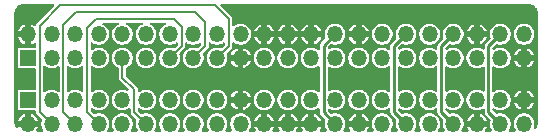
<source format=gbl>
%TF.GenerationSoftware,KiCad,Pcbnew,9.0.0*%
%TF.CreationDate,2025-06-08T16:33:52+02:00*%
%TF.ProjectId,ideswap,69646573-7761-4702-9e6b-696361645f70,A0*%
%TF.SameCoordinates,Original*%
%TF.FileFunction,Copper,L4,Bot*%
%TF.FilePolarity,Positive*%
%FSLAX46Y46*%
G04 Gerber Fmt 4.6, Leading zero omitted, Abs format (unit mm)*
G04 Created by KiCad (PCBNEW 9.0.0) date 2025-06-08 16:33:52*
%MOMM*%
%LPD*%
G01*
G04 APERTURE LIST*
%TA.AperFunction,ComponentPad*%
%ADD10R,1.350000X1.350000*%
%TD*%
%TA.AperFunction,ComponentPad*%
%ADD11O,1.350000X1.350000*%
%TD*%
%TA.AperFunction,ViaPad*%
%ADD12C,0.600000*%
%TD*%
%TA.AperFunction,Conductor*%
%ADD13C,0.254000*%
%TD*%
%TA.AperFunction,Conductor*%
%ADD14C,0.203200*%
%TD*%
G04 APERTURE END LIST*
D10*
X72390000Y-43180000D03*
D11*
X72390000Y-41180000D03*
X74390000Y-43180000D03*
X74390000Y-41180000D03*
X76390000Y-43180000D03*
X76390000Y-41180000D03*
X78390000Y-43180000D03*
X78390000Y-41180000D03*
X80390000Y-43180000D03*
X80390000Y-41180000D03*
X82390000Y-43180000D03*
X82390000Y-41180000D03*
X84390000Y-43180000D03*
X84390000Y-41180000D03*
X86390000Y-43180000D03*
X86390000Y-41180000D03*
X88390000Y-43180000D03*
X88390000Y-41180000D03*
X90390000Y-43180000D03*
X90390000Y-41180000D03*
X92390000Y-43180000D03*
X92390000Y-41180000D03*
X94390000Y-43180000D03*
X94390000Y-41180000D03*
X96390000Y-43180000D03*
X96390000Y-41180000D03*
X98390000Y-43180000D03*
X98390000Y-41180000D03*
X100390000Y-43180000D03*
X100390000Y-41180000D03*
X102390000Y-43180000D03*
X102390000Y-41180000D03*
X104390000Y-43180000D03*
X104390000Y-41180000D03*
X106390000Y-43180000D03*
X106390000Y-41180000D03*
X108390000Y-43180000D03*
X108390000Y-41180000D03*
X110390000Y-43180000D03*
X110390000Y-41180000D03*
X112390000Y-43180000D03*
X112390000Y-41180000D03*
X114390000Y-43180000D03*
X114390000Y-41180000D03*
D10*
X72390000Y-46736000D03*
D11*
X72390000Y-48736000D03*
X74390000Y-46736000D03*
X74390000Y-48736000D03*
X76390000Y-46736000D03*
X76390000Y-48736000D03*
X78390000Y-46736000D03*
X78390000Y-48736000D03*
X80390000Y-46736000D03*
X80390000Y-48736000D03*
X82390000Y-46736000D03*
X82390000Y-48736000D03*
X84390000Y-46736000D03*
X84390000Y-48736000D03*
X86390000Y-46736000D03*
X86390000Y-48736000D03*
X88390000Y-46736000D03*
X88390000Y-48736000D03*
X90390000Y-46736000D03*
X90390000Y-48736000D03*
X92390000Y-46736000D03*
X92390000Y-48736000D03*
X94390000Y-46736000D03*
X94390000Y-48736000D03*
X96390000Y-46736000D03*
X96390000Y-48736000D03*
X98390000Y-46736000D03*
X98390000Y-48736000D03*
X100390000Y-46736000D03*
X100390000Y-48736000D03*
X102390000Y-46736000D03*
X102390000Y-48736000D03*
X104390000Y-46736000D03*
X104390000Y-48736000D03*
X106390000Y-46736000D03*
X106390000Y-48736000D03*
X108390000Y-46736000D03*
X108390000Y-48736000D03*
X110390000Y-46736000D03*
X110390000Y-48736000D03*
X112390000Y-46736000D03*
X112390000Y-48736000D03*
X114390000Y-46736000D03*
X114390000Y-48736000D03*
D12*
X109372400Y-45212000D03*
X114300000Y-45212000D03*
X83693000Y-45212000D03*
X90805000Y-45212000D03*
X74422000Y-45085000D03*
X95250000Y-45212000D03*
X86360000Y-45212000D03*
X76454000Y-45085000D03*
X88392000Y-45212000D03*
X93345000Y-45212000D03*
X79121000Y-45212000D03*
X99390200Y-45212000D03*
X101346000Y-45212000D03*
D13*
X104390000Y-41180000D02*
X103403400Y-42166600D01*
X103403400Y-42166600D02*
X103403400Y-47749400D01*
X103403400Y-47749400D02*
X104390000Y-48736000D01*
X108390000Y-41180000D02*
X107391200Y-42178800D01*
X107391200Y-42178800D02*
X107391200Y-47737200D01*
X107391200Y-47737200D02*
X108390000Y-48736000D01*
X112390000Y-41180000D02*
X111379000Y-42191000D01*
X111379000Y-42191000D02*
X111379000Y-47725000D01*
X111379000Y-47725000D02*
X112390000Y-48736000D01*
X98390000Y-41180000D02*
X97434600Y-42135400D01*
X97434600Y-42135400D02*
X97434600Y-47780600D01*
X97434600Y-47780600D02*
X98390000Y-48736000D01*
D14*
X80390000Y-43180000D02*
X80390000Y-44855400D01*
X80390000Y-44855400D02*
X81381600Y-45847000D01*
X81381600Y-45847000D02*
X81381600Y-47727600D01*
X81381600Y-47727600D02*
X82390000Y-48736000D01*
X73380600Y-40436800D02*
X73380600Y-47726600D01*
X73380600Y-47726600D02*
X74390000Y-48736000D01*
X75387200Y-40411400D02*
X75387200Y-47733200D01*
X75387200Y-47733200D02*
X76390000Y-48736000D01*
X77393800Y-40665400D02*
X77393800Y-47739800D01*
X77393800Y-47739800D02*
X78390000Y-48736000D01*
X85394800Y-40538400D02*
X84734400Y-39878000D01*
X85394800Y-42175200D02*
X85394800Y-40538400D01*
X78181200Y-39878000D02*
X77393800Y-40665400D01*
X84390000Y-43180000D02*
X85394800Y-42175200D01*
X84734400Y-39878000D02*
X78181200Y-39878000D01*
X88214200Y-38709600D02*
X75107800Y-38709600D01*
X88390000Y-43180000D02*
X89382600Y-42187400D01*
X89382600Y-39878000D02*
X88214200Y-38709600D01*
X89382600Y-42187400D02*
X89382600Y-39878000D01*
X75107800Y-38709600D02*
X73380600Y-40436800D01*
X76479400Y-39319200D02*
X75387200Y-40411400D01*
X86390000Y-43180000D02*
X87376000Y-42194000D01*
X87376000Y-42194000D02*
X87376000Y-40132000D01*
X87376000Y-40132000D02*
X86563200Y-39319200D01*
X86563200Y-39319200D02*
X76479400Y-39319200D01*
%TA.AperFunction,Conductor*%
G36*
X74601401Y-38619713D02*
G01*
X74637946Y-38670013D01*
X74637946Y-38732187D01*
X74613404Y-38772235D01*
X73136300Y-40249341D01*
X73131036Y-40258459D01*
X73096106Y-40318957D01*
X73075300Y-40396604D01*
X73074440Y-40403142D01*
X73072257Y-40402854D01*
X73056087Y-40452622D01*
X73005787Y-40489167D01*
X72943613Y-40489167D01*
X72918810Y-40477137D01*
X72805979Y-40401746D01*
X72646169Y-40335551D01*
X72646155Y-40335547D01*
X72640000Y-40334322D01*
X72640000Y-40864314D01*
X72635606Y-40859920D01*
X72544394Y-40807259D01*
X72442661Y-40780000D01*
X72337339Y-40780000D01*
X72235606Y-40807259D01*
X72144394Y-40859920D01*
X72140000Y-40864314D01*
X72140000Y-40334322D01*
X72133844Y-40335547D01*
X72133830Y-40335551D01*
X71974021Y-40401746D01*
X71974020Y-40401746D01*
X71830181Y-40497856D01*
X71830180Y-40497858D01*
X71707858Y-40620180D01*
X71707856Y-40620181D01*
X71611746Y-40764020D01*
X71611746Y-40764021D01*
X71545551Y-40923830D01*
X71545547Y-40923844D01*
X71544322Y-40930000D01*
X72074314Y-40930000D01*
X72069920Y-40934394D01*
X72017259Y-41025606D01*
X71990000Y-41127339D01*
X71990000Y-41232661D01*
X72017259Y-41334394D01*
X72069920Y-41425606D01*
X72074314Y-41430000D01*
X71544323Y-41430000D01*
X71545547Y-41436155D01*
X71545551Y-41436169D01*
X71611746Y-41595978D01*
X71611746Y-41595979D01*
X71707856Y-41739818D01*
X71830181Y-41862143D01*
X71974016Y-41958251D01*
X72133840Y-42024450D01*
X72133844Y-42024451D01*
X72140000Y-42025676D01*
X72140000Y-41495686D01*
X72144394Y-41500080D01*
X72235606Y-41552741D01*
X72337339Y-41580000D01*
X72442661Y-41580000D01*
X72544394Y-41552741D01*
X72635606Y-41500080D01*
X72640000Y-41495686D01*
X72640000Y-42025675D01*
X72646155Y-42024451D01*
X72646159Y-42024450D01*
X72805980Y-41958252D01*
X72918809Y-41882862D01*
X72978649Y-41865986D01*
X73036981Y-41887505D01*
X73071523Y-41939201D01*
X73075300Y-41966508D01*
X73075300Y-42200700D01*
X73056087Y-42259831D01*
X73005787Y-42296376D01*
X72974700Y-42301300D01*
X71694936Y-42301300D01*
X71685078Y-42303260D01*
X71635520Y-42313118D01*
X71568140Y-42358140D01*
X71523118Y-42425520D01*
X71513150Y-42475634D01*
X71511300Y-42484936D01*
X71511300Y-43875064D01*
X71511581Y-43876477D01*
X71523118Y-43934479D01*
X71532467Y-43948471D01*
X71568140Y-44001860D01*
X71635520Y-44046881D01*
X71694936Y-44058700D01*
X72974700Y-44058700D01*
X73033831Y-44077913D01*
X73070376Y-44128213D01*
X73075300Y-44159300D01*
X73075300Y-45756700D01*
X73056087Y-45815831D01*
X73005787Y-45852376D01*
X72974700Y-45857300D01*
X71694936Y-45857300D01*
X71685078Y-45859260D01*
X71635520Y-45869118D01*
X71568140Y-45914140D01*
X71523118Y-45981520D01*
X71513150Y-46031634D01*
X71511300Y-46040936D01*
X71511300Y-47431064D01*
X71511581Y-47432477D01*
X71523118Y-47490479D01*
X71532467Y-47504471D01*
X71568140Y-47557860D01*
X71635520Y-47602881D01*
X71694936Y-47614700D01*
X72974700Y-47614700D01*
X72983314Y-47617499D01*
X72992285Y-47616249D01*
X73012281Y-47626910D01*
X73033831Y-47633913D01*
X73039154Y-47641239D01*
X73047148Y-47645502D01*
X73053259Y-47660653D01*
X73070376Y-47684213D01*
X73074337Y-47701416D01*
X73075300Y-47708327D01*
X73075300Y-47766793D01*
X73090666Y-47824138D01*
X73092273Y-47830135D01*
X73096105Y-47844440D01*
X73099917Y-47851042D01*
X73136300Y-47914059D01*
X73136302Y-47914061D01*
X73543481Y-48321240D01*
X73571707Y-48376638D01*
X73565289Y-48430871D01*
X73545067Y-48479692D01*
X73511300Y-48649456D01*
X73511300Y-48822543D01*
X73545068Y-48992309D01*
X73611304Y-49152217D01*
X73611308Y-49152225D01*
X73679319Y-49254010D01*
X73696195Y-49313849D01*
X73674676Y-49372181D01*
X73622980Y-49406723D01*
X73595673Y-49410500D01*
X73183725Y-49410500D01*
X73124594Y-49391287D01*
X73088049Y-49340987D01*
X73088049Y-49278813D01*
X73100079Y-49254010D01*
X73168253Y-49151979D01*
X73168253Y-49151978D01*
X73234448Y-48992169D01*
X73234452Y-48992155D01*
X73235677Y-48986000D01*
X72705686Y-48986000D01*
X72710080Y-48981606D01*
X72762741Y-48890394D01*
X72790000Y-48788661D01*
X72790000Y-48683339D01*
X72762741Y-48581606D01*
X72710080Y-48490394D01*
X72705686Y-48486000D01*
X73235677Y-48486000D01*
X73234452Y-48479844D01*
X73234448Y-48479830D01*
X73168253Y-48320021D01*
X73168253Y-48320020D01*
X73072143Y-48176181D01*
X72949818Y-48053856D01*
X72805979Y-47957746D01*
X72646169Y-47891551D01*
X72646155Y-47891547D01*
X72640000Y-47890322D01*
X72640000Y-48420314D01*
X72635606Y-48415920D01*
X72544394Y-48363259D01*
X72442661Y-48336000D01*
X72337339Y-48336000D01*
X72235606Y-48363259D01*
X72144394Y-48415920D01*
X72140000Y-48420314D01*
X72140000Y-47890322D01*
X72133844Y-47891547D01*
X72133830Y-47891551D01*
X71974021Y-47957746D01*
X71974020Y-47957746D01*
X71830181Y-48053856D01*
X71830180Y-48053858D01*
X71707858Y-48176180D01*
X71707856Y-48176181D01*
X71611746Y-48320020D01*
X71611746Y-48320021D01*
X71545551Y-48479830D01*
X71545547Y-48479844D01*
X71544322Y-48486000D01*
X72074314Y-48486000D01*
X72069920Y-48490394D01*
X72017259Y-48581606D01*
X71990000Y-48683339D01*
X71990000Y-48788661D01*
X72017259Y-48890394D01*
X72069920Y-48981606D01*
X72074314Y-48986000D01*
X71544322Y-48986000D01*
X71540031Y-48991228D01*
X71542944Y-49007536D01*
X71536413Y-49021000D01*
X71534655Y-49035863D01*
X71523185Y-49048272D01*
X71515811Y-49063477D01*
X71502613Y-49070531D01*
X71492455Y-49081522D01*
X71475879Y-49084820D01*
X71460978Y-49092785D01*
X71446155Y-49090734D01*
X71431476Y-49093656D01*
X71416128Y-49086582D01*
X71399390Y-49084267D01*
X71388602Y-49073894D01*
X71375011Y-49067630D01*
X71354572Y-49041174D01*
X71327875Y-48991228D01*
X71302745Y-48944213D01*
X71295199Y-48925994D01*
X71257163Y-48800605D01*
X71253315Y-48781264D01*
X71239984Y-48645914D01*
X71239500Y-48636053D01*
X71239500Y-39374946D01*
X71239984Y-39365085D01*
X71253315Y-39229735D01*
X71257163Y-39210394D01*
X71264370Y-39186635D01*
X71295200Y-39085002D01*
X71302743Y-39066790D01*
X71364515Y-38951223D01*
X71375463Y-38934837D01*
X71458597Y-38833537D01*
X71472537Y-38819597D01*
X71573837Y-38736463D01*
X71590223Y-38725515D01*
X71705790Y-38663743D01*
X71724002Y-38656200D01*
X71849394Y-38618163D01*
X71868733Y-38614315D01*
X72004086Y-38600984D01*
X72013947Y-38600500D01*
X72074892Y-38600500D01*
X74542270Y-38600500D01*
X74601401Y-38619713D01*
G37*
%TD.AperFunction*%
%TA.AperFunction,Conductor*%
G36*
X114812914Y-38600984D02*
G01*
X114948264Y-38614315D01*
X114967605Y-38618163D01*
X115092994Y-38656199D01*
X115111213Y-38663745D01*
X115226771Y-38725512D01*
X115243167Y-38736467D01*
X115344459Y-38819595D01*
X115358404Y-38833540D01*
X115441532Y-38934832D01*
X115452488Y-38951230D01*
X115514253Y-39066785D01*
X115521800Y-39085005D01*
X115559836Y-39210394D01*
X115563683Y-39229735D01*
X115577015Y-39365085D01*
X115577500Y-39374946D01*
X115577500Y-48636053D01*
X115577015Y-48645914D01*
X115563683Y-48781264D01*
X115559836Y-48800605D01*
X115521800Y-48925994D01*
X115514253Y-48944214D01*
X115452488Y-49059769D01*
X115441532Y-49076167D01*
X115384498Y-49145663D01*
X115332134Y-49179183D01*
X115270067Y-49175523D01*
X115222006Y-49136080D01*
X115206307Y-49075921D01*
X115213789Y-49043349D01*
X115234932Y-48992307D01*
X115268700Y-48822544D01*
X115268700Y-48649456D01*
X115234932Y-48479693D01*
X115225230Y-48456271D01*
X115186704Y-48363259D01*
X115168694Y-48319779D01*
X115072531Y-48175861D01*
X114950139Y-48053469D01*
X114950137Y-48053467D01*
X114806225Y-47957308D01*
X114806217Y-47957304D01*
X114646309Y-47891068D01*
X114514455Y-47864841D01*
X114476544Y-47857300D01*
X114303456Y-47857300D01*
X114265545Y-47864841D01*
X114133690Y-47891068D01*
X113973782Y-47957304D01*
X113973774Y-47957308D01*
X113829862Y-48053467D01*
X113829861Y-48053469D01*
X113707469Y-48175861D01*
X113707467Y-48175862D01*
X113611308Y-48319774D01*
X113611304Y-48319782D01*
X113545068Y-48479690D01*
X113511300Y-48649456D01*
X113511300Y-48822543D01*
X113545068Y-48992309D01*
X113611304Y-49152217D01*
X113611308Y-49152225D01*
X113679319Y-49254010D01*
X113696195Y-49313849D01*
X113674676Y-49372181D01*
X113622980Y-49406723D01*
X113595673Y-49410500D01*
X113184327Y-49410500D01*
X113125196Y-49391287D01*
X113088651Y-49340987D01*
X113088651Y-49278813D01*
X113100681Y-49254010D01*
X113146712Y-49185119D01*
X113168694Y-49152221D01*
X113234932Y-48992307D01*
X113268700Y-48822544D01*
X113268700Y-48649456D01*
X113234932Y-48479693D01*
X113225230Y-48456271D01*
X113186704Y-48363259D01*
X113168694Y-48319779D01*
X113072531Y-48175861D01*
X112950139Y-48053469D01*
X112950137Y-48053467D01*
X112806225Y-47957308D01*
X112806217Y-47957304D01*
X112646309Y-47891068D01*
X112514455Y-47864841D01*
X112476544Y-47857300D01*
X112303456Y-47857300D01*
X112265545Y-47864841D01*
X112133690Y-47891068D01*
X112110268Y-47900769D01*
X112048286Y-47905644D01*
X112000640Y-47878960D01*
X111739165Y-47617485D01*
X111735479Y-47610251D01*
X111728913Y-47605481D01*
X111721633Y-47583075D01*
X111710939Y-47562087D01*
X111709700Y-47546350D01*
X111709700Y-47526451D01*
X111728913Y-47467320D01*
X111779213Y-47430775D01*
X111841387Y-47430775D01*
X111866185Y-47442802D01*
X111973779Y-47514694D01*
X112017972Y-47532999D01*
X112133690Y-47580931D01*
X112133691Y-47580931D01*
X112133693Y-47580932D01*
X112303456Y-47614700D01*
X112303457Y-47614700D01*
X112476543Y-47614700D01*
X112476544Y-47614700D01*
X112646307Y-47580932D01*
X112806221Y-47514694D01*
X112950139Y-47418531D01*
X113072531Y-47296139D01*
X113168694Y-47152221D01*
X113234932Y-46992307D01*
X113268700Y-46822544D01*
X113268700Y-46649456D01*
X113236187Y-46486000D01*
X113544322Y-46486000D01*
X114074314Y-46486000D01*
X114069920Y-46490394D01*
X114017259Y-46581606D01*
X113990000Y-46683339D01*
X113990000Y-46788661D01*
X114017259Y-46890394D01*
X114069920Y-46981606D01*
X114074314Y-46986000D01*
X113544323Y-46986000D01*
X113545547Y-46992155D01*
X113545551Y-46992169D01*
X113611746Y-47151978D01*
X113611746Y-47151979D01*
X113707856Y-47295818D01*
X113830181Y-47418143D01*
X113974016Y-47514251D01*
X114133840Y-47580450D01*
X114133844Y-47580451D01*
X114140000Y-47581676D01*
X114140000Y-47051686D01*
X114144394Y-47056080D01*
X114235606Y-47108741D01*
X114337339Y-47136000D01*
X114442661Y-47136000D01*
X114544394Y-47108741D01*
X114635606Y-47056080D01*
X114640000Y-47051686D01*
X114640000Y-47581676D01*
X114646155Y-47580451D01*
X114646159Y-47580450D01*
X114805983Y-47514251D01*
X114949818Y-47418143D01*
X114949820Y-47418142D01*
X115072142Y-47295820D01*
X115072143Y-47295818D01*
X115168253Y-47151979D01*
X115168253Y-47151978D01*
X115234448Y-46992169D01*
X115234452Y-46992155D01*
X115235677Y-46986000D01*
X114705686Y-46986000D01*
X114710080Y-46981606D01*
X114762741Y-46890394D01*
X114790000Y-46788661D01*
X114790000Y-46683339D01*
X114762741Y-46581606D01*
X114710080Y-46490394D01*
X114705686Y-46486000D01*
X115235677Y-46486000D01*
X115234452Y-46479844D01*
X115234448Y-46479830D01*
X115168253Y-46320021D01*
X115168253Y-46320020D01*
X115072143Y-46176181D01*
X114949818Y-46053856D01*
X114805979Y-45957746D01*
X114646169Y-45891551D01*
X114646155Y-45891547D01*
X114640000Y-45890322D01*
X114640000Y-46420314D01*
X114635606Y-46415920D01*
X114544394Y-46363259D01*
X114442661Y-46336000D01*
X114337339Y-46336000D01*
X114235606Y-46363259D01*
X114144394Y-46415920D01*
X114140000Y-46420314D01*
X114140000Y-45890322D01*
X114133844Y-45891547D01*
X114133830Y-45891551D01*
X113974021Y-45957746D01*
X113974020Y-45957746D01*
X113830181Y-46053856D01*
X113830180Y-46053858D01*
X113707858Y-46176180D01*
X113707856Y-46176181D01*
X113611746Y-46320020D01*
X113611746Y-46320021D01*
X113545551Y-46479830D01*
X113545547Y-46479844D01*
X113544322Y-46486000D01*
X113236187Y-46486000D01*
X113234932Y-46479693D01*
X113168694Y-46319779D01*
X113103899Y-46222807D01*
X113072532Y-46175862D01*
X112950137Y-46053467D01*
X112806225Y-45957308D01*
X112806217Y-45957304D01*
X112646309Y-45891068D01*
X112533131Y-45868556D01*
X112476544Y-45857300D01*
X112303456Y-45857300D01*
X112261015Y-45865742D01*
X112133690Y-45891068D01*
X111973782Y-45957304D01*
X111973774Y-45957308D01*
X111866190Y-46029194D01*
X111806350Y-46046070D01*
X111748019Y-46024551D01*
X111713477Y-45972855D01*
X111709700Y-45945548D01*
X111709700Y-43970451D01*
X111728913Y-43911320D01*
X111779213Y-43874775D01*
X111841387Y-43874775D01*
X111866185Y-43886802D01*
X111973779Y-43958694D01*
X112017972Y-43976999D01*
X112133690Y-44024931D01*
X112133691Y-44024931D01*
X112133693Y-44024932D01*
X112303456Y-44058700D01*
X112303457Y-44058700D01*
X112476543Y-44058700D01*
X112476544Y-44058700D01*
X112646307Y-44024932D01*
X112806221Y-43958694D01*
X112950139Y-43862531D01*
X113072531Y-43740139D01*
X113168694Y-43596221D01*
X113234932Y-43436307D01*
X113268700Y-43266544D01*
X113268700Y-43093456D01*
X113236187Y-42930000D01*
X113544322Y-42930000D01*
X114074314Y-42930000D01*
X114069920Y-42934394D01*
X114017259Y-43025606D01*
X113990000Y-43127339D01*
X113990000Y-43232661D01*
X114017259Y-43334394D01*
X114069920Y-43425606D01*
X114074314Y-43430000D01*
X113544323Y-43430000D01*
X113545547Y-43436155D01*
X113545551Y-43436169D01*
X113611746Y-43595978D01*
X113611746Y-43595979D01*
X113707856Y-43739818D01*
X113830181Y-43862143D01*
X113974016Y-43958251D01*
X114133840Y-44024450D01*
X114133844Y-44024451D01*
X114140000Y-44025676D01*
X114140000Y-43495686D01*
X114144394Y-43500080D01*
X114235606Y-43552741D01*
X114337339Y-43580000D01*
X114442661Y-43580000D01*
X114544394Y-43552741D01*
X114635606Y-43500080D01*
X114640000Y-43495686D01*
X114640000Y-44025676D01*
X114646155Y-44024451D01*
X114646159Y-44024450D01*
X114805983Y-43958251D01*
X114949818Y-43862143D01*
X114949820Y-43862142D01*
X115072142Y-43739820D01*
X115072143Y-43739818D01*
X115168253Y-43595979D01*
X115168253Y-43595978D01*
X115234448Y-43436169D01*
X115234452Y-43436155D01*
X115235677Y-43430000D01*
X114705686Y-43430000D01*
X114710080Y-43425606D01*
X114762741Y-43334394D01*
X114790000Y-43232661D01*
X114790000Y-43127339D01*
X114762741Y-43025606D01*
X114710080Y-42934394D01*
X114705686Y-42930000D01*
X115235677Y-42930000D01*
X115234452Y-42923844D01*
X115234448Y-42923830D01*
X115168253Y-42764021D01*
X115168253Y-42764020D01*
X115072143Y-42620181D01*
X114949818Y-42497856D01*
X114805979Y-42401746D01*
X114646169Y-42335551D01*
X114646155Y-42335547D01*
X114640000Y-42334322D01*
X114640000Y-42864314D01*
X114635606Y-42859920D01*
X114544394Y-42807259D01*
X114442661Y-42780000D01*
X114337339Y-42780000D01*
X114235606Y-42807259D01*
X114144394Y-42859920D01*
X114140000Y-42864314D01*
X114140000Y-42334322D01*
X114133844Y-42335547D01*
X114133830Y-42335551D01*
X113974021Y-42401746D01*
X113974020Y-42401746D01*
X113830181Y-42497856D01*
X113830180Y-42497858D01*
X113707858Y-42620180D01*
X113707856Y-42620181D01*
X113611746Y-42764020D01*
X113611746Y-42764021D01*
X113545551Y-42923830D01*
X113545547Y-42923844D01*
X113544322Y-42930000D01*
X113236187Y-42930000D01*
X113234932Y-42923693D01*
X113168694Y-42763779D01*
X113103899Y-42666807D01*
X113072532Y-42619862D01*
X112950137Y-42497467D01*
X112806225Y-42401308D01*
X112806217Y-42401304D01*
X112646309Y-42335068D01*
X112522886Y-42310518D01*
X112476544Y-42301300D01*
X112303456Y-42301300D01*
X112261015Y-42309742D01*
X112133690Y-42335068D01*
X111973782Y-42401304D01*
X111973774Y-42401308D01*
X111866190Y-42473194D01*
X111852713Y-42476994D01*
X111841387Y-42485224D01*
X111823533Y-42485224D01*
X111806350Y-42490070D01*
X111793214Y-42485224D01*
X111779213Y-42485224D01*
X111764770Y-42474730D01*
X111748019Y-42468551D01*
X111740239Y-42456908D01*
X111728913Y-42448679D01*
X111723396Y-42431700D01*
X111713477Y-42416855D01*
X111709700Y-42389548D01*
X111709700Y-42369649D01*
X111728913Y-42310518D01*
X111739159Y-42298520D01*
X112000642Y-42037036D01*
X112056038Y-42008812D01*
X112110275Y-42015232D01*
X112133690Y-42024931D01*
X112133691Y-42024931D01*
X112133693Y-42024932D01*
X112303456Y-42058700D01*
X112303457Y-42058700D01*
X112476543Y-42058700D01*
X112476544Y-42058700D01*
X112646307Y-42024932D01*
X112806221Y-41958694D01*
X112950139Y-41862531D01*
X113072531Y-41740139D01*
X113168694Y-41596221D01*
X113234932Y-41436307D01*
X113268700Y-41266544D01*
X113268700Y-41093456D01*
X113511300Y-41093456D01*
X113511300Y-41266543D01*
X113545068Y-41436309D01*
X113611304Y-41596217D01*
X113611308Y-41596225D01*
X113707467Y-41740137D01*
X113829862Y-41862532D01*
X113973774Y-41958691D01*
X113973776Y-41958692D01*
X113973779Y-41958694D01*
X113990872Y-41965774D01*
X114133690Y-42024931D01*
X114133691Y-42024931D01*
X114133693Y-42024932D01*
X114303456Y-42058700D01*
X114303457Y-42058700D01*
X114476543Y-42058700D01*
X114476544Y-42058700D01*
X114646307Y-42024932D01*
X114806221Y-41958694D01*
X114950139Y-41862531D01*
X115072531Y-41740139D01*
X115168694Y-41596221D01*
X115234932Y-41436307D01*
X115268700Y-41266544D01*
X115268700Y-41093456D01*
X115234932Y-40923693D01*
X115168694Y-40763779D01*
X115072531Y-40619861D01*
X114950139Y-40497469D01*
X114950137Y-40497467D01*
X114806225Y-40401308D01*
X114806217Y-40401304D01*
X114646309Y-40335068D01*
X114533131Y-40312556D01*
X114476544Y-40301300D01*
X114303456Y-40301300D01*
X114261015Y-40309742D01*
X114133690Y-40335068D01*
X113973782Y-40401304D01*
X113973774Y-40401308D01*
X113829862Y-40497467D01*
X113829861Y-40497469D01*
X113707469Y-40619861D01*
X113707467Y-40619862D01*
X113611308Y-40763774D01*
X113611304Y-40763782D01*
X113545068Y-40923690D01*
X113511300Y-41093456D01*
X113268700Y-41093456D01*
X113234932Y-40923693D01*
X113168694Y-40763779D01*
X113072531Y-40619861D01*
X112950139Y-40497469D01*
X112950137Y-40497467D01*
X112806225Y-40401308D01*
X112806217Y-40401304D01*
X112646309Y-40335068D01*
X112533131Y-40312556D01*
X112476544Y-40301300D01*
X112303456Y-40301300D01*
X112261015Y-40309742D01*
X112133690Y-40335068D01*
X111973782Y-40401304D01*
X111973774Y-40401308D01*
X111829862Y-40497467D01*
X111829861Y-40497469D01*
X111707469Y-40619861D01*
X111707467Y-40619862D01*
X111611308Y-40763774D01*
X111611304Y-40763782D01*
X111545068Y-40923690D01*
X111511300Y-41093456D01*
X111511300Y-41266543D01*
X111545067Y-41436307D01*
X111554768Y-41459727D01*
X111559645Y-41521710D01*
X111532960Y-41569358D01*
X111175947Y-41926372D01*
X111114374Y-41987944D01*
X111070834Y-42063356D01*
X111070833Y-42063358D01*
X111048301Y-42147455D01*
X111048300Y-42147463D01*
X111048300Y-42374848D01*
X111029087Y-42433979D01*
X110978787Y-42470524D01*
X110916613Y-42470524D01*
X110891810Y-42458494D01*
X110806225Y-42401308D01*
X110806217Y-42401304D01*
X110646309Y-42335068D01*
X110522886Y-42310518D01*
X110476544Y-42301300D01*
X110303456Y-42301300D01*
X110261015Y-42309742D01*
X110133690Y-42335068D01*
X109973782Y-42401304D01*
X109973774Y-42401308D01*
X109829862Y-42497467D01*
X109829861Y-42497469D01*
X109707469Y-42619861D01*
X109707467Y-42619862D01*
X109611308Y-42763774D01*
X109611304Y-42763782D01*
X109545068Y-42923690D01*
X109511300Y-43093456D01*
X109511300Y-43266543D01*
X109545068Y-43436309D01*
X109611304Y-43596217D01*
X109611308Y-43596225D01*
X109707467Y-43740137D01*
X109829862Y-43862532D01*
X109973774Y-43958691D01*
X109973776Y-43958692D01*
X109973779Y-43958694D01*
X110017972Y-43976999D01*
X110133690Y-44024931D01*
X110133691Y-44024931D01*
X110133693Y-44024932D01*
X110303456Y-44058700D01*
X110303457Y-44058700D01*
X110476543Y-44058700D01*
X110476544Y-44058700D01*
X110646307Y-44024932D01*
X110806221Y-43958694D01*
X110891811Y-43901504D01*
X110951649Y-43884629D01*
X111009980Y-43906148D01*
X111044523Y-43957844D01*
X111048300Y-43985151D01*
X111048300Y-45930848D01*
X111029087Y-45989979D01*
X110978787Y-46026524D01*
X110916613Y-46026524D01*
X110891810Y-46014494D01*
X110806225Y-45957308D01*
X110806217Y-45957304D01*
X110646309Y-45891068D01*
X110533131Y-45868556D01*
X110476544Y-45857300D01*
X110303456Y-45857300D01*
X110261015Y-45865742D01*
X110133690Y-45891068D01*
X109973782Y-45957304D01*
X109973774Y-45957308D01*
X109829862Y-46053467D01*
X109829861Y-46053469D01*
X109707469Y-46175861D01*
X109707467Y-46175862D01*
X109611308Y-46319774D01*
X109611304Y-46319782D01*
X109545068Y-46479690D01*
X109511300Y-46649456D01*
X109511300Y-46822543D01*
X109545068Y-46992309D01*
X109611304Y-47152217D01*
X109611308Y-47152225D01*
X109707467Y-47296137D01*
X109829862Y-47418532D01*
X109973774Y-47514691D01*
X109973776Y-47514692D01*
X109973779Y-47514694D01*
X110017972Y-47532999D01*
X110133690Y-47580931D01*
X110133691Y-47580931D01*
X110133693Y-47580932D01*
X110303456Y-47614700D01*
X110303457Y-47614700D01*
X110476543Y-47614700D01*
X110476544Y-47614700D01*
X110646307Y-47580932D01*
X110806221Y-47514694D01*
X110891811Y-47457504D01*
X110951649Y-47440629D01*
X111009980Y-47462148D01*
X111044523Y-47513844D01*
X111048300Y-47541151D01*
X111048300Y-47768536D01*
X111048301Y-47768544D01*
X111070833Y-47852641D01*
X111070834Y-47852643D01*
X111114374Y-47928055D01*
X111181676Y-47995357D01*
X111181682Y-47995362D01*
X111532960Y-48346640D01*
X111561186Y-48402038D01*
X111554769Y-48456268D01*
X111545068Y-48479690D01*
X111511300Y-48649456D01*
X111511300Y-48822543D01*
X111545068Y-48992309D01*
X111611304Y-49152217D01*
X111611308Y-49152225D01*
X111679319Y-49254010D01*
X111696195Y-49313849D01*
X111674676Y-49372181D01*
X111622980Y-49406723D01*
X111595673Y-49410500D01*
X111183725Y-49410500D01*
X111124594Y-49391287D01*
X111088049Y-49340987D01*
X111088049Y-49278813D01*
X111100079Y-49254010D01*
X111168253Y-49151979D01*
X111168253Y-49151978D01*
X111234448Y-48992169D01*
X111234452Y-48992155D01*
X111235677Y-48986000D01*
X110705686Y-48986000D01*
X110710080Y-48981606D01*
X110762741Y-48890394D01*
X110790000Y-48788661D01*
X110790000Y-48683339D01*
X110762741Y-48581606D01*
X110710080Y-48490394D01*
X110705686Y-48486000D01*
X111235677Y-48486000D01*
X111234452Y-48479844D01*
X111234448Y-48479830D01*
X111168253Y-48320021D01*
X111168253Y-48320020D01*
X111072143Y-48176181D01*
X110949818Y-48053856D01*
X110805979Y-47957746D01*
X110646169Y-47891551D01*
X110646155Y-47891547D01*
X110640000Y-47890322D01*
X110640000Y-48420314D01*
X110635606Y-48415920D01*
X110544394Y-48363259D01*
X110442661Y-48336000D01*
X110337339Y-48336000D01*
X110235606Y-48363259D01*
X110144394Y-48415920D01*
X110140000Y-48420314D01*
X110140000Y-47890322D01*
X110133844Y-47891547D01*
X110133830Y-47891551D01*
X109974021Y-47957746D01*
X109974020Y-47957746D01*
X109830181Y-48053856D01*
X109830180Y-48053858D01*
X109707858Y-48176180D01*
X109707856Y-48176181D01*
X109611746Y-48320020D01*
X109611746Y-48320021D01*
X109545551Y-48479830D01*
X109545547Y-48479844D01*
X109544322Y-48486000D01*
X110074314Y-48486000D01*
X110069920Y-48490394D01*
X110017259Y-48581606D01*
X109990000Y-48683339D01*
X109990000Y-48788661D01*
X110017259Y-48890394D01*
X110069920Y-48981606D01*
X110074314Y-48986000D01*
X109544323Y-48986000D01*
X109545547Y-48992155D01*
X109545551Y-48992169D01*
X109611746Y-49151978D01*
X109611746Y-49151979D01*
X109679921Y-49254010D01*
X109696797Y-49313850D01*
X109675278Y-49372181D01*
X109623582Y-49406723D01*
X109596275Y-49410500D01*
X109184327Y-49410500D01*
X109125196Y-49391287D01*
X109088651Y-49340987D01*
X109088651Y-49278813D01*
X109100681Y-49254010D01*
X109146712Y-49185119D01*
X109168694Y-49152221D01*
X109234932Y-48992307D01*
X109268700Y-48822544D01*
X109268700Y-48649456D01*
X109234932Y-48479693D01*
X109225230Y-48456271D01*
X109186704Y-48363259D01*
X109168694Y-48319779D01*
X109072531Y-48175861D01*
X108950139Y-48053469D01*
X108950137Y-48053467D01*
X108806225Y-47957308D01*
X108806217Y-47957304D01*
X108646309Y-47891068D01*
X108514455Y-47864841D01*
X108476544Y-47857300D01*
X108303456Y-47857300D01*
X108269689Y-47864016D01*
X108133694Y-47891067D01*
X108110271Y-47900769D01*
X108048288Y-47905645D01*
X108000641Y-47878960D01*
X107751365Y-47629684D01*
X107747679Y-47622450D01*
X107741113Y-47617680D01*
X107733833Y-47595274D01*
X107723139Y-47574286D01*
X107721900Y-47558549D01*
X107721900Y-47534603D01*
X107741113Y-47475472D01*
X107791413Y-47438927D01*
X107853587Y-47438927D01*
X107878387Y-47450955D01*
X107973779Y-47514694D01*
X108017972Y-47532999D01*
X108133690Y-47580931D01*
X108133691Y-47580931D01*
X108133693Y-47580932D01*
X108303456Y-47614700D01*
X108303457Y-47614700D01*
X108476543Y-47614700D01*
X108476544Y-47614700D01*
X108646307Y-47580932D01*
X108806221Y-47514694D01*
X108950139Y-47418531D01*
X109072531Y-47296139D01*
X109168694Y-47152221D01*
X109234932Y-46992307D01*
X109268700Y-46822544D01*
X109268700Y-46649456D01*
X109234932Y-46479693D01*
X109168694Y-46319779D01*
X109103899Y-46222807D01*
X109072532Y-46175862D01*
X108950137Y-46053467D01*
X108806225Y-45957308D01*
X108806217Y-45957304D01*
X108646309Y-45891068D01*
X108533131Y-45868556D01*
X108476544Y-45857300D01*
X108303456Y-45857300D01*
X108261015Y-45865742D01*
X108133690Y-45891068D01*
X107973782Y-45957304D01*
X107973774Y-45957308D01*
X107878390Y-46021042D01*
X107818550Y-46037918D01*
X107760219Y-46016399D01*
X107725677Y-45964703D01*
X107721900Y-45937396D01*
X107721900Y-43978603D01*
X107741113Y-43919472D01*
X107791413Y-43882927D01*
X107853587Y-43882927D01*
X107878387Y-43894955D01*
X107973779Y-43958694D01*
X108017972Y-43976999D01*
X108133690Y-44024931D01*
X108133691Y-44024931D01*
X108133693Y-44024932D01*
X108303456Y-44058700D01*
X108303457Y-44058700D01*
X108476543Y-44058700D01*
X108476544Y-44058700D01*
X108646307Y-44024932D01*
X108806221Y-43958694D01*
X108950139Y-43862531D01*
X109072531Y-43740139D01*
X109168694Y-43596221D01*
X109234932Y-43436307D01*
X109268700Y-43266544D01*
X109268700Y-43093456D01*
X109234932Y-42923693D01*
X109168694Y-42763779D01*
X109103899Y-42666807D01*
X109072532Y-42619862D01*
X108950137Y-42497467D01*
X108806225Y-42401308D01*
X108806217Y-42401304D01*
X108646309Y-42335068D01*
X108522886Y-42310518D01*
X108476544Y-42301300D01*
X108303456Y-42301300D01*
X108261015Y-42309742D01*
X108133690Y-42335068D01*
X107973782Y-42401304D01*
X107973774Y-42401308D01*
X107878390Y-42465042D01*
X107864913Y-42468842D01*
X107853587Y-42477072D01*
X107835733Y-42477072D01*
X107818550Y-42481918D01*
X107805414Y-42477072D01*
X107791413Y-42477072D01*
X107776970Y-42466578D01*
X107760219Y-42460399D01*
X107752439Y-42448756D01*
X107741113Y-42440527D01*
X107735596Y-42423548D01*
X107725677Y-42408703D01*
X107721900Y-42381396D01*
X107721900Y-42357450D01*
X107741113Y-42298319D01*
X107751365Y-42286315D01*
X107836980Y-42200700D01*
X108000642Y-42037037D01*
X108056037Y-42008813D01*
X108110272Y-42015232D01*
X108133687Y-42024930D01*
X108133688Y-42024931D01*
X108133692Y-42024931D01*
X108133693Y-42024932D01*
X108303456Y-42058700D01*
X108303457Y-42058700D01*
X108476543Y-42058700D01*
X108476544Y-42058700D01*
X108646307Y-42024932D01*
X108806221Y-41958694D01*
X108950139Y-41862531D01*
X109072531Y-41740139D01*
X109168694Y-41596221D01*
X109234932Y-41436307D01*
X109268700Y-41266544D01*
X109268700Y-41093456D01*
X109236187Y-40930000D01*
X109544322Y-40930000D01*
X110074314Y-40930000D01*
X110069920Y-40934394D01*
X110017259Y-41025606D01*
X109990000Y-41127339D01*
X109990000Y-41232661D01*
X110017259Y-41334394D01*
X110069920Y-41425606D01*
X110074314Y-41430000D01*
X109544323Y-41430000D01*
X109545547Y-41436155D01*
X109545551Y-41436169D01*
X109611746Y-41595978D01*
X109611746Y-41595979D01*
X109707856Y-41739818D01*
X109830181Y-41862143D01*
X109974016Y-41958251D01*
X110133840Y-42024450D01*
X110133844Y-42024451D01*
X110140000Y-42025676D01*
X110140000Y-41495686D01*
X110144394Y-41500080D01*
X110235606Y-41552741D01*
X110337339Y-41580000D01*
X110442661Y-41580000D01*
X110544394Y-41552741D01*
X110635606Y-41500080D01*
X110640000Y-41495686D01*
X110640000Y-42025675D01*
X110646155Y-42024451D01*
X110646159Y-42024450D01*
X110805983Y-41958251D01*
X110949818Y-41862143D01*
X110949820Y-41862142D01*
X111072142Y-41739820D01*
X111072143Y-41739818D01*
X111168253Y-41595979D01*
X111168253Y-41595978D01*
X111234448Y-41436169D01*
X111234452Y-41436155D01*
X111235677Y-41430000D01*
X110705686Y-41430000D01*
X110710080Y-41425606D01*
X110762741Y-41334394D01*
X110790000Y-41232661D01*
X110790000Y-41127339D01*
X110762741Y-41025606D01*
X110710080Y-40934394D01*
X110705686Y-40930000D01*
X111235677Y-40930000D01*
X111234452Y-40923844D01*
X111234448Y-40923830D01*
X111168253Y-40764021D01*
X111168253Y-40764020D01*
X111072143Y-40620181D01*
X110949818Y-40497856D01*
X110805979Y-40401746D01*
X110646169Y-40335551D01*
X110646155Y-40335547D01*
X110640000Y-40334322D01*
X110640000Y-40864314D01*
X110635606Y-40859920D01*
X110544394Y-40807259D01*
X110442661Y-40780000D01*
X110337339Y-40780000D01*
X110235606Y-40807259D01*
X110144394Y-40859920D01*
X110140000Y-40864314D01*
X110140000Y-40334322D01*
X110133844Y-40335547D01*
X110133830Y-40335551D01*
X109974021Y-40401746D01*
X109974020Y-40401746D01*
X109830181Y-40497856D01*
X109830180Y-40497858D01*
X109707858Y-40620180D01*
X109707856Y-40620181D01*
X109611746Y-40764020D01*
X109611746Y-40764021D01*
X109545551Y-40923830D01*
X109545547Y-40923844D01*
X109544322Y-40930000D01*
X109236187Y-40930000D01*
X109234932Y-40923693D01*
X109168694Y-40763779D01*
X109072531Y-40619861D01*
X108950139Y-40497469D01*
X108950137Y-40497467D01*
X108806225Y-40401308D01*
X108806217Y-40401304D01*
X108646309Y-40335068D01*
X108533131Y-40312556D01*
X108476544Y-40301300D01*
X108303456Y-40301300D01*
X108261015Y-40309742D01*
X108133690Y-40335068D01*
X107973782Y-40401304D01*
X107973774Y-40401308D01*
X107829862Y-40497467D01*
X107829861Y-40497469D01*
X107707469Y-40619861D01*
X107707467Y-40619862D01*
X107611308Y-40763774D01*
X107611304Y-40763782D01*
X107545068Y-40923690D01*
X107511300Y-41093456D01*
X107511300Y-41266543D01*
X107545068Y-41436309D01*
X107554767Y-41459724D01*
X107559645Y-41521706D01*
X107532960Y-41569357D01*
X107188147Y-41914172D01*
X107126574Y-41975744D01*
X107083034Y-42051156D01*
X107083033Y-42051158D01*
X107060501Y-42135255D01*
X107060500Y-42135263D01*
X107060500Y-42383000D01*
X107041287Y-42442131D01*
X106990987Y-42478676D01*
X106928813Y-42478676D01*
X106904010Y-42466646D01*
X106806225Y-42401308D01*
X106806217Y-42401304D01*
X106646309Y-42335068D01*
X106522886Y-42310518D01*
X106476544Y-42301300D01*
X106303456Y-42301300D01*
X106261015Y-42309742D01*
X106133690Y-42335068D01*
X105973782Y-42401304D01*
X105973774Y-42401308D01*
X105829862Y-42497467D01*
X105829861Y-42497469D01*
X105707469Y-42619861D01*
X105707467Y-42619862D01*
X105611308Y-42763774D01*
X105611304Y-42763782D01*
X105545068Y-42923690D01*
X105511300Y-43093456D01*
X105511300Y-43266543D01*
X105545068Y-43436309D01*
X105611304Y-43596217D01*
X105611308Y-43596225D01*
X105707467Y-43740137D01*
X105829862Y-43862532D01*
X105973774Y-43958691D01*
X105973776Y-43958692D01*
X105973779Y-43958694D01*
X106017972Y-43976999D01*
X106133690Y-44024931D01*
X106133691Y-44024931D01*
X106133693Y-44024932D01*
X106303456Y-44058700D01*
X106303457Y-44058700D01*
X106476543Y-44058700D01*
X106476544Y-44058700D01*
X106646307Y-44024932D01*
X106806221Y-43958694D01*
X106904009Y-43893353D01*
X106963849Y-43876477D01*
X107022180Y-43897996D01*
X107056723Y-43949691D01*
X107060500Y-43976999D01*
X107060500Y-45939000D01*
X107041287Y-45998131D01*
X106990987Y-46034676D01*
X106928813Y-46034676D01*
X106904010Y-46022646D01*
X106806225Y-45957308D01*
X106806217Y-45957304D01*
X106646309Y-45891068D01*
X106533131Y-45868556D01*
X106476544Y-45857300D01*
X106303456Y-45857300D01*
X106261015Y-45865742D01*
X106133690Y-45891068D01*
X105973782Y-45957304D01*
X105973774Y-45957308D01*
X105829862Y-46053467D01*
X105829861Y-46053469D01*
X105707469Y-46175861D01*
X105707467Y-46175862D01*
X105611308Y-46319774D01*
X105611304Y-46319782D01*
X105545068Y-46479690D01*
X105511300Y-46649456D01*
X105511300Y-46822543D01*
X105545068Y-46992309D01*
X105611304Y-47152217D01*
X105611308Y-47152225D01*
X105707467Y-47296137D01*
X105829862Y-47418532D01*
X105973774Y-47514691D01*
X105973776Y-47514692D01*
X105973779Y-47514694D01*
X106017972Y-47532999D01*
X106133690Y-47580931D01*
X106133691Y-47580931D01*
X106133693Y-47580932D01*
X106303456Y-47614700D01*
X106303457Y-47614700D01*
X106476543Y-47614700D01*
X106476544Y-47614700D01*
X106646307Y-47580932D01*
X106806221Y-47514694D01*
X106904009Y-47449353D01*
X106963849Y-47432477D01*
X107022180Y-47453996D01*
X107056723Y-47505691D01*
X107060500Y-47532999D01*
X107060500Y-47780736D01*
X107060501Y-47780744D01*
X107083033Y-47864841D01*
X107083034Y-47864843D01*
X107126574Y-47940255D01*
X107193876Y-48007557D01*
X107193882Y-48007562D01*
X107532960Y-48346641D01*
X107561186Y-48402039D01*
X107554769Y-48456271D01*
X107545067Y-48479694D01*
X107511300Y-48649456D01*
X107511300Y-48822543D01*
X107545068Y-48992309D01*
X107611304Y-49152217D01*
X107611308Y-49152225D01*
X107679319Y-49254010D01*
X107696195Y-49313849D01*
X107674676Y-49372181D01*
X107622980Y-49406723D01*
X107595673Y-49410500D01*
X107184327Y-49410500D01*
X107125196Y-49391287D01*
X107088651Y-49340987D01*
X107088651Y-49278813D01*
X107100681Y-49254010D01*
X107146712Y-49185119D01*
X107168694Y-49152221D01*
X107234932Y-48992307D01*
X107268700Y-48822544D01*
X107268700Y-48649456D01*
X107234932Y-48479693D01*
X107225230Y-48456271D01*
X107186704Y-48363259D01*
X107168694Y-48319779D01*
X107072531Y-48175861D01*
X106950139Y-48053469D01*
X106950137Y-48053467D01*
X106806225Y-47957308D01*
X106806217Y-47957304D01*
X106646309Y-47891068D01*
X106514455Y-47864841D01*
X106476544Y-47857300D01*
X106303456Y-47857300D01*
X106265545Y-47864841D01*
X106133690Y-47891068D01*
X105973782Y-47957304D01*
X105973774Y-47957308D01*
X105829862Y-48053467D01*
X105829861Y-48053469D01*
X105707469Y-48175861D01*
X105707467Y-48175862D01*
X105611308Y-48319774D01*
X105611304Y-48319782D01*
X105545068Y-48479690D01*
X105511300Y-48649456D01*
X105511300Y-48822543D01*
X105545068Y-48992309D01*
X105611304Y-49152217D01*
X105611308Y-49152225D01*
X105679319Y-49254010D01*
X105696195Y-49313849D01*
X105674676Y-49372181D01*
X105622980Y-49406723D01*
X105595673Y-49410500D01*
X105184327Y-49410500D01*
X105125196Y-49391287D01*
X105088651Y-49340987D01*
X105088651Y-49278813D01*
X105100681Y-49254010D01*
X105146712Y-49185119D01*
X105168694Y-49152221D01*
X105234932Y-48992307D01*
X105268700Y-48822544D01*
X105268700Y-48649456D01*
X105234932Y-48479693D01*
X105225230Y-48456271D01*
X105186704Y-48363259D01*
X105168694Y-48319779D01*
X105072531Y-48175861D01*
X104950139Y-48053469D01*
X104950137Y-48053467D01*
X104806225Y-47957308D01*
X104806217Y-47957304D01*
X104646309Y-47891068D01*
X104514455Y-47864841D01*
X104476544Y-47857300D01*
X104303456Y-47857300D01*
X104265545Y-47864841D01*
X104133690Y-47891068D01*
X104110268Y-47900769D01*
X104048286Y-47905644D01*
X104000640Y-47878960D01*
X103763565Y-47641885D01*
X103759879Y-47634651D01*
X103753313Y-47629881D01*
X103746033Y-47607475D01*
X103735339Y-47586487D01*
X103734100Y-47570750D01*
X103734100Y-47542755D01*
X103753313Y-47483624D01*
X103803613Y-47447079D01*
X103865787Y-47447079D01*
X103890588Y-47459107D01*
X103973779Y-47514694D01*
X104017972Y-47532999D01*
X104133690Y-47580931D01*
X104133691Y-47580931D01*
X104133693Y-47580932D01*
X104303456Y-47614700D01*
X104303457Y-47614700D01*
X104476543Y-47614700D01*
X104476544Y-47614700D01*
X104646307Y-47580932D01*
X104806221Y-47514694D01*
X104950139Y-47418531D01*
X105072531Y-47296139D01*
X105168694Y-47152221D01*
X105234932Y-46992307D01*
X105268700Y-46822544D01*
X105268700Y-46649456D01*
X105234932Y-46479693D01*
X105168694Y-46319779D01*
X105103899Y-46222807D01*
X105072532Y-46175862D01*
X104950137Y-46053467D01*
X104806225Y-45957308D01*
X104806217Y-45957304D01*
X104646309Y-45891068D01*
X104533131Y-45868556D01*
X104476544Y-45857300D01*
X104303456Y-45857300D01*
X104261015Y-45865742D01*
X104133690Y-45891068D01*
X103973782Y-45957304D01*
X103973774Y-45957308D01*
X103890590Y-46012890D01*
X103830750Y-46029766D01*
X103772419Y-46008247D01*
X103737877Y-45956550D01*
X103734100Y-45929244D01*
X103734100Y-43986755D01*
X103753313Y-43927624D01*
X103803613Y-43891079D01*
X103865787Y-43891079D01*
X103890588Y-43903107D01*
X103973779Y-43958694D01*
X104017972Y-43976999D01*
X104133690Y-44024931D01*
X104133691Y-44024931D01*
X104133693Y-44024932D01*
X104303456Y-44058700D01*
X104303457Y-44058700D01*
X104476543Y-44058700D01*
X104476544Y-44058700D01*
X104646307Y-44024932D01*
X104806221Y-43958694D01*
X104950139Y-43862531D01*
X105072531Y-43740139D01*
X105168694Y-43596221D01*
X105234932Y-43436307D01*
X105268700Y-43266544D01*
X105268700Y-43093456D01*
X105234932Y-42923693D01*
X105168694Y-42763779D01*
X105103899Y-42666807D01*
X105072532Y-42619862D01*
X104950137Y-42497467D01*
X104806225Y-42401308D01*
X104806217Y-42401304D01*
X104646309Y-42335068D01*
X104522886Y-42310518D01*
X104476544Y-42301300D01*
X104303456Y-42301300D01*
X104261015Y-42309742D01*
X104133690Y-42335068D01*
X103973782Y-42401304D01*
X103973774Y-42401308D01*
X103890590Y-42456890D01*
X103877113Y-42460690D01*
X103865787Y-42468920D01*
X103847933Y-42468920D01*
X103830750Y-42473766D01*
X103817614Y-42468920D01*
X103803613Y-42468920D01*
X103789170Y-42458426D01*
X103772419Y-42452247D01*
X103764639Y-42440604D01*
X103753313Y-42432375D01*
X103747795Y-42415394D01*
X103737877Y-42400550D01*
X103734100Y-42373244D01*
X103734100Y-42345249D01*
X103753313Y-42286118D01*
X103763559Y-42274120D01*
X104000642Y-42037036D01*
X104056037Y-42008812D01*
X104110275Y-42015232D01*
X104133690Y-42024931D01*
X104133691Y-42024931D01*
X104133693Y-42024932D01*
X104303456Y-42058700D01*
X104303457Y-42058700D01*
X104476543Y-42058700D01*
X104476544Y-42058700D01*
X104646307Y-42024932D01*
X104806221Y-41958694D01*
X104950139Y-41862531D01*
X105072531Y-41740139D01*
X105168694Y-41596221D01*
X105234932Y-41436307D01*
X105268700Y-41266544D01*
X105268700Y-41093456D01*
X105511300Y-41093456D01*
X105511300Y-41266543D01*
X105545068Y-41436309D01*
X105611304Y-41596217D01*
X105611308Y-41596225D01*
X105707467Y-41740137D01*
X105829862Y-41862532D01*
X105973774Y-41958691D01*
X105973776Y-41958692D01*
X105973779Y-41958694D01*
X105990872Y-41965774D01*
X106133690Y-42024931D01*
X106133691Y-42024931D01*
X106133693Y-42024932D01*
X106303456Y-42058700D01*
X106303457Y-42058700D01*
X106476543Y-42058700D01*
X106476544Y-42058700D01*
X106646307Y-42024932D01*
X106806221Y-41958694D01*
X106950139Y-41862531D01*
X107072531Y-41740139D01*
X107168694Y-41596221D01*
X107234932Y-41436307D01*
X107268700Y-41266544D01*
X107268700Y-41093456D01*
X107234932Y-40923693D01*
X107168694Y-40763779D01*
X107072531Y-40619861D01*
X106950139Y-40497469D01*
X106950137Y-40497467D01*
X106806225Y-40401308D01*
X106806217Y-40401304D01*
X106646309Y-40335068D01*
X106533131Y-40312556D01*
X106476544Y-40301300D01*
X106303456Y-40301300D01*
X106261015Y-40309742D01*
X106133690Y-40335068D01*
X105973782Y-40401304D01*
X105973774Y-40401308D01*
X105829862Y-40497467D01*
X105829861Y-40497469D01*
X105707469Y-40619861D01*
X105707467Y-40619862D01*
X105611308Y-40763774D01*
X105611304Y-40763782D01*
X105545068Y-40923690D01*
X105511300Y-41093456D01*
X105268700Y-41093456D01*
X105234932Y-40923693D01*
X105168694Y-40763779D01*
X105072531Y-40619861D01*
X104950139Y-40497469D01*
X104950137Y-40497467D01*
X104806225Y-40401308D01*
X104806217Y-40401304D01*
X104646309Y-40335068D01*
X104533131Y-40312556D01*
X104476544Y-40301300D01*
X104303456Y-40301300D01*
X104261015Y-40309742D01*
X104133690Y-40335068D01*
X103973782Y-40401304D01*
X103973774Y-40401308D01*
X103829862Y-40497467D01*
X103829861Y-40497469D01*
X103707469Y-40619861D01*
X103707467Y-40619862D01*
X103611308Y-40763774D01*
X103611304Y-40763782D01*
X103545068Y-40923690D01*
X103511300Y-41093456D01*
X103511300Y-41266543D01*
X103545067Y-41436307D01*
X103554768Y-41459727D01*
X103559645Y-41521710D01*
X103532960Y-41569358D01*
X103200347Y-41901972D01*
X103138774Y-41963544D01*
X103095234Y-42038956D01*
X103095233Y-42038958D01*
X103072701Y-42123055D01*
X103072700Y-42123063D01*
X103072700Y-42391152D01*
X103053487Y-42450283D01*
X103003187Y-42486828D01*
X102941013Y-42486828D01*
X102916210Y-42474798D01*
X102806225Y-42401308D01*
X102806217Y-42401304D01*
X102646309Y-42335068D01*
X102522886Y-42310518D01*
X102476544Y-42301300D01*
X102303456Y-42301300D01*
X102261015Y-42309742D01*
X102133690Y-42335068D01*
X101973782Y-42401304D01*
X101973774Y-42401308D01*
X101829862Y-42497467D01*
X101829861Y-42497469D01*
X101707469Y-42619861D01*
X101707467Y-42619862D01*
X101611308Y-42763774D01*
X101611304Y-42763782D01*
X101545068Y-42923690D01*
X101511300Y-43093456D01*
X101511300Y-43266543D01*
X101545068Y-43436309D01*
X101611304Y-43596217D01*
X101611308Y-43596225D01*
X101707467Y-43740137D01*
X101829862Y-43862532D01*
X101973774Y-43958691D01*
X101973776Y-43958692D01*
X101973779Y-43958694D01*
X102017972Y-43976999D01*
X102133690Y-44024931D01*
X102133691Y-44024931D01*
X102133693Y-44024932D01*
X102303456Y-44058700D01*
X102303457Y-44058700D01*
X102476543Y-44058700D01*
X102476544Y-44058700D01*
X102646307Y-44024932D01*
X102806221Y-43958694D01*
X102916209Y-43885201D01*
X102976049Y-43868325D01*
X103034380Y-43889844D01*
X103068923Y-43941539D01*
X103072700Y-43968847D01*
X103072700Y-45947152D01*
X103053487Y-46006283D01*
X103003187Y-46042828D01*
X102941013Y-46042828D01*
X102916210Y-46030798D01*
X102806225Y-45957308D01*
X102806217Y-45957304D01*
X102646309Y-45891068D01*
X102533131Y-45868556D01*
X102476544Y-45857300D01*
X102303456Y-45857300D01*
X102261015Y-45865742D01*
X102133690Y-45891068D01*
X101973782Y-45957304D01*
X101973774Y-45957308D01*
X101829862Y-46053467D01*
X101829861Y-46053469D01*
X101707469Y-46175861D01*
X101707467Y-46175862D01*
X101611308Y-46319774D01*
X101611304Y-46319782D01*
X101545068Y-46479690D01*
X101511300Y-46649456D01*
X101511300Y-46822543D01*
X101545068Y-46992309D01*
X101611304Y-47152217D01*
X101611308Y-47152225D01*
X101707467Y-47296137D01*
X101829862Y-47418532D01*
X101973774Y-47514691D01*
X101973776Y-47514692D01*
X101973779Y-47514694D01*
X102017972Y-47532999D01*
X102133690Y-47580931D01*
X102133691Y-47580931D01*
X102133693Y-47580932D01*
X102303456Y-47614700D01*
X102303457Y-47614700D01*
X102476543Y-47614700D01*
X102476544Y-47614700D01*
X102646307Y-47580932D01*
X102806221Y-47514694D01*
X102916209Y-47441201D01*
X102976049Y-47424325D01*
X103034380Y-47445844D01*
X103068923Y-47497539D01*
X103072700Y-47524847D01*
X103072700Y-47792939D01*
X103095233Y-47877041D01*
X103095234Y-47877043D01*
X103138774Y-47952455D01*
X103206076Y-48019757D01*
X103206082Y-48019762D01*
X103532960Y-48346640D01*
X103561186Y-48402038D01*
X103554769Y-48456268D01*
X103545068Y-48479690D01*
X103511300Y-48649456D01*
X103511300Y-48822543D01*
X103545068Y-48992309D01*
X103611304Y-49152217D01*
X103611308Y-49152225D01*
X103679319Y-49254010D01*
X103696195Y-49313849D01*
X103674676Y-49372181D01*
X103622980Y-49406723D01*
X103595673Y-49410500D01*
X103184327Y-49410500D01*
X103125196Y-49391287D01*
X103088651Y-49340987D01*
X103088651Y-49278813D01*
X103100681Y-49254010D01*
X103146712Y-49185119D01*
X103168694Y-49152221D01*
X103234932Y-48992307D01*
X103268700Y-48822544D01*
X103268700Y-48649456D01*
X103234932Y-48479693D01*
X103225230Y-48456271D01*
X103186704Y-48363259D01*
X103168694Y-48319779D01*
X103072531Y-48175861D01*
X102950139Y-48053469D01*
X102950137Y-48053467D01*
X102806225Y-47957308D01*
X102806217Y-47957304D01*
X102646309Y-47891068D01*
X102514455Y-47864841D01*
X102476544Y-47857300D01*
X102303456Y-47857300D01*
X102265545Y-47864841D01*
X102133690Y-47891068D01*
X101973782Y-47957304D01*
X101973774Y-47957308D01*
X101829862Y-48053467D01*
X101829861Y-48053469D01*
X101707469Y-48175861D01*
X101707467Y-48175862D01*
X101611308Y-48319774D01*
X101611304Y-48319782D01*
X101545068Y-48479690D01*
X101511300Y-48649456D01*
X101511300Y-48822543D01*
X101545068Y-48992309D01*
X101611304Y-49152217D01*
X101611308Y-49152225D01*
X101679319Y-49254010D01*
X101696195Y-49313849D01*
X101674676Y-49372181D01*
X101622980Y-49406723D01*
X101595673Y-49410500D01*
X101183725Y-49410500D01*
X101124594Y-49391287D01*
X101088049Y-49340987D01*
X101088049Y-49278813D01*
X101100079Y-49254010D01*
X101168253Y-49151979D01*
X101168253Y-49151978D01*
X101234448Y-48992169D01*
X101234452Y-48992155D01*
X101235677Y-48986000D01*
X100705686Y-48986000D01*
X100710080Y-48981606D01*
X100762741Y-48890394D01*
X100790000Y-48788661D01*
X100790000Y-48683339D01*
X100762741Y-48581606D01*
X100710080Y-48490394D01*
X100705686Y-48486000D01*
X101235677Y-48486000D01*
X101234452Y-48479844D01*
X101234448Y-48479830D01*
X101168253Y-48320021D01*
X101168253Y-48320020D01*
X101072143Y-48176181D01*
X100949818Y-48053856D01*
X100805979Y-47957746D01*
X100646169Y-47891551D01*
X100646155Y-47891547D01*
X100640000Y-47890322D01*
X100640000Y-48420314D01*
X100635606Y-48415920D01*
X100544394Y-48363259D01*
X100442661Y-48336000D01*
X100337339Y-48336000D01*
X100235606Y-48363259D01*
X100144394Y-48415920D01*
X100140000Y-48420314D01*
X100140000Y-47890322D01*
X100133844Y-47891547D01*
X100133830Y-47891551D01*
X99974021Y-47957746D01*
X99974020Y-47957746D01*
X99830181Y-48053856D01*
X99830180Y-48053858D01*
X99707858Y-48176180D01*
X99707856Y-48176181D01*
X99611746Y-48320020D01*
X99611746Y-48320021D01*
X99545551Y-48479830D01*
X99545547Y-48479844D01*
X99544322Y-48486000D01*
X100074314Y-48486000D01*
X100069920Y-48490394D01*
X100017259Y-48581606D01*
X99990000Y-48683339D01*
X99990000Y-48788661D01*
X100017259Y-48890394D01*
X100069920Y-48981606D01*
X100074314Y-48986000D01*
X99544323Y-48986000D01*
X99545547Y-48992155D01*
X99545551Y-48992169D01*
X99611746Y-49151978D01*
X99611746Y-49151979D01*
X99679921Y-49254010D01*
X99696797Y-49313850D01*
X99675278Y-49372181D01*
X99623582Y-49406723D01*
X99596275Y-49410500D01*
X99184327Y-49410500D01*
X99125196Y-49391287D01*
X99088651Y-49340987D01*
X99088651Y-49278813D01*
X99100681Y-49254010D01*
X99146712Y-49185119D01*
X99168694Y-49152221D01*
X99234932Y-48992307D01*
X99268700Y-48822544D01*
X99268700Y-48649456D01*
X99234932Y-48479693D01*
X99225230Y-48456271D01*
X99186704Y-48363259D01*
X99168694Y-48319779D01*
X99072531Y-48175861D01*
X98950139Y-48053469D01*
X98950137Y-48053467D01*
X98806225Y-47957308D01*
X98806217Y-47957304D01*
X98646309Y-47891068D01*
X98514455Y-47864841D01*
X98476544Y-47857300D01*
X98303456Y-47857300D01*
X98265545Y-47864841D01*
X98133690Y-47891068D01*
X98110268Y-47900769D01*
X98048286Y-47905644D01*
X98000640Y-47878960D01*
X97794765Y-47673085D01*
X97791079Y-47665851D01*
X97784513Y-47661081D01*
X97777233Y-47638675D01*
X97766539Y-47617687D01*
X97765300Y-47601950D01*
X97765300Y-47563602D01*
X97784513Y-47504471D01*
X97834813Y-47467926D01*
X97896987Y-47467926D01*
X97921791Y-47479957D01*
X97973772Y-47514690D01*
X97973776Y-47514692D01*
X97973779Y-47514694D01*
X98017972Y-47532999D01*
X98133690Y-47580931D01*
X98133691Y-47580931D01*
X98133693Y-47580932D01*
X98303456Y-47614700D01*
X98303457Y-47614700D01*
X98476543Y-47614700D01*
X98476544Y-47614700D01*
X98646307Y-47580932D01*
X98806221Y-47514694D01*
X98950139Y-47418531D01*
X99072531Y-47296139D01*
X99168694Y-47152221D01*
X99234932Y-46992307D01*
X99268700Y-46822544D01*
X99268700Y-46649456D01*
X99511300Y-46649456D01*
X99511300Y-46822543D01*
X99545068Y-46992309D01*
X99611304Y-47152217D01*
X99611308Y-47152225D01*
X99707467Y-47296137D01*
X99829862Y-47418532D01*
X99973774Y-47514691D01*
X99973776Y-47514692D01*
X99973779Y-47514694D01*
X100017972Y-47532999D01*
X100133690Y-47580931D01*
X100133691Y-47580931D01*
X100133693Y-47580932D01*
X100303456Y-47614700D01*
X100303457Y-47614700D01*
X100476543Y-47614700D01*
X100476544Y-47614700D01*
X100646307Y-47580932D01*
X100806221Y-47514694D01*
X100950139Y-47418531D01*
X101072531Y-47296139D01*
X101168694Y-47152221D01*
X101234932Y-46992307D01*
X101268700Y-46822544D01*
X101268700Y-46649456D01*
X101234932Y-46479693D01*
X101168694Y-46319779D01*
X101103899Y-46222807D01*
X101072532Y-46175862D01*
X100950137Y-46053467D01*
X100806225Y-45957308D01*
X100806217Y-45957304D01*
X100646309Y-45891068D01*
X100533131Y-45868556D01*
X100476544Y-45857300D01*
X100303456Y-45857300D01*
X100261015Y-45865742D01*
X100133690Y-45891068D01*
X99973782Y-45957304D01*
X99973774Y-45957308D01*
X99829862Y-46053467D01*
X99829861Y-46053469D01*
X99707469Y-46175861D01*
X99707467Y-46175862D01*
X99611308Y-46319774D01*
X99611304Y-46319782D01*
X99545068Y-46479690D01*
X99511300Y-46649456D01*
X99268700Y-46649456D01*
X99234932Y-46479693D01*
X99168694Y-46319779D01*
X99103899Y-46222807D01*
X99072532Y-46175862D01*
X98950137Y-46053467D01*
X98806225Y-45957308D01*
X98806217Y-45957304D01*
X98646309Y-45891068D01*
X98533131Y-45868556D01*
X98476544Y-45857300D01*
X98303456Y-45857300D01*
X98261015Y-45865742D01*
X98133690Y-45891068D01*
X97973782Y-45957304D01*
X97973774Y-45957308D01*
X97921790Y-45992043D01*
X97861950Y-46008919D01*
X97803619Y-45987400D01*
X97769077Y-45935703D01*
X97765300Y-45908397D01*
X97765300Y-44007602D01*
X97784513Y-43948471D01*
X97834813Y-43911926D01*
X97896987Y-43911926D01*
X97921791Y-43923957D01*
X97973772Y-43958690D01*
X97973776Y-43958692D01*
X97973779Y-43958694D01*
X98017972Y-43976999D01*
X98133690Y-44024931D01*
X98133691Y-44024931D01*
X98133693Y-44024932D01*
X98303456Y-44058700D01*
X98303457Y-44058700D01*
X98476543Y-44058700D01*
X98476544Y-44058700D01*
X98646307Y-44024932D01*
X98806221Y-43958694D01*
X98950139Y-43862531D01*
X99072531Y-43740139D01*
X99168694Y-43596221D01*
X99234932Y-43436307D01*
X99268700Y-43266544D01*
X99268700Y-43093456D01*
X99511300Y-43093456D01*
X99511300Y-43266543D01*
X99545068Y-43436309D01*
X99611304Y-43596217D01*
X99611308Y-43596225D01*
X99707467Y-43740137D01*
X99829862Y-43862532D01*
X99973774Y-43958691D01*
X99973776Y-43958692D01*
X99973779Y-43958694D01*
X100017972Y-43976999D01*
X100133690Y-44024931D01*
X100133691Y-44024931D01*
X100133693Y-44024932D01*
X100303456Y-44058700D01*
X100303457Y-44058700D01*
X100476543Y-44058700D01*
X100476544Y-44058700D01*
X100646307Y-44024932D01*
X100806221Y-43958694D01*
X100950139Y-43862531D01*
X101072531Y-43740139D01*
X101168694Y-43596221D01*
X101234932Y-43436307D01*
X101268700Y-43266544D01*
X101268700Y-43093456D01*
X101234932Y-42923693D01*
X101168694Y-42763779D01*
X101103899Y-42666807D01*
X101072532Y-42619862D01*
X100950137Y-42497467D01*
X100806225Y-42401308D01*
X100806217Y-42401304D01*
X100646309Y-42335068D01*
X100522886Y-42310518D01*
X100476544Y-42301300D01*
X100303456Y-42301300D01*
X100261015Y-42309742D01*
X100133690Y-42335068D01*
X99973782Y-42401304D01*
X99973774Y-42401308D01*
X99829862Y-42497467D01*
X99829861Y-42497469D01*
X99707469Y-42619861D01*
X99707467Y-42619862D01*
X99611308Y-42763774D01*
X99611304Y-42763782D01*
X99545068Y-42923690D01*
X99511300Y-43093456D01*
X99268700Y-43093456D01*
X99234932Y-42923693D01*
X99168694Y-42763779D01*
X99103899Y-42666807D01*
X99072532Y-42619862D01*
X98950137Y-42497467D01*
X98806225Y-42401308D01*
X98806217Y-42401304D01*
X98646309Y-42335068D01*
X98522886Y-42310518D01*
X98476544Y-42301300D01*
X98303456Y-42301300D01*
X98261015Y-42309742D01*
X98133690Y-42335068D01*
X97973782Y-42401304D01*
X97973774Y-42401308D01*
X97921790Y-42436043D01*
X97908313Y-42439843D01*
X97896987Y-42448073D01*
X97879133Y-42448073D01*
X97861950Y-42452919D01*
X97848814Y-42448073D01*
X97834813Y-42448073D01*
X97820370Y-42437579D01*
X97803619Y-42431400D01*
X97795839Y-42419757D01*
X97784513Y-42411528D01*
X97778995Y-42394547D01*
X97769077Y-42379703D01*
X97765300Y-42352397D01*
X97765300Y-42314049D01*
X97784513Y-42254918D01*
X97794759Y-42242920D01*
X98000642Y-42037036D01*
X98056037Y-42008812D01*
X98110275Y-42015232D01*
X98133690Y-42024931D01*
X98133691Y-42024931D01*
X98133693Y-42024932D01*
X98303456Y-42058700D01*
X98303457Y-42058700D01*
X98476543Y-42058700D01*
X98476544Y-42058700D01*
X98646307Y-42024932D01*
X98806221Y-41958694D01*
X98950139Y-41862531D01*
X99072531Y-41740139D01*
X99168694Y-41596221D01*
X99234932Y-41436307D01*
X99268700Y-41266544D01*
X99268700Y-41093456D01*
X99236187Y-40930000D01*
X99544322Y-40930000D01*
X100074314Y-40930000D01*
X100069920Y-40934394D01*
X100017259Y-41025606D01*
X99990000Y-41127339D01*
X99990000Y-41232661D01*
X100017259Y-41334394D01*
X100069920Y-41425606D01*
X100074314Y-41430000D01*
X99544323Y-41430000D01*
X99545547Y-41436155D01*
X99545551Y-41436169D01*
X99611746Y-41595978D01*
X99611746Y-41595979D01*
X99707856Y-41739818D01*
X99830181Y-41862143D01*
X99974016Y-41958251D01*
X100133840Y-42024450D01*
X100133844Y-42024451D01*
X100140000Y-42025676D01*
X100140000Y-41495686D01*
X100144394Y-41500080D01*
X100235606Y-41552741D01*
X100337339Y-41580000D01*
X100442661Y-41580000D01*
X100544394Y-41552741D01*
X100635606Y-41500080D01*
X100640000Y-41495686D01*
X100640000Y-42025675D01*
X100646155Y-42024451D01*
X100646159Y-42024450D01*
X100805983Y-41958251D01*
X100949818Y-41862143D01*
X100949820Y-41862142D01*
X101072142Y-41739820D01*
X101072143Y-41739818D01*
X101168253Y-41595979D01*
X101168253Y-41595978D01*
X101234448Y-41436169D01*
X101234452Y-41436155D01*
X101235677Y-41430000D01*
X100705686Y-41430000D01*
X100710080Y-41425606D01*
X100762741Y-41334394D01*
X100790000Y-41232661D01*
X100790000Y-41127339D01*
X100780921Y-41093456D01*
X101511300Y-41093456D01*
X101511300Y-41266543D01*
X101545068Y-41436309D01*
X101611304Y-41596217D01*
X101611308Y-41596225D01*
X101707467Y-41740137D01*
X101829862Y-41862532D01*
X101973774Y-41958691D01*
X101973776Y-41958692D01*
X101973779Y-41958694D01*
X101990872Y-41965774D01*
X102133690Y-42024931D01*
X102133691Y-42024931D01*
X102133693Y-42024932D01*
X102303456Y-42058700D01*
X102303457Y-42058700D01*
X102476543Y-42058700D01*
X102476544Y-42058700D01*
X102646307Y-42024932D01*
X102806221Y-41958694D01*
X102950139Y-41862531D01*
X103072531Y-41740139D01*
X103168694Y-41596221D01*
X103234932Y-41436307D01*
X103268700Y-41266544D01*
X103268700Y-41093456D01*
X103234932Y-40923693D01*
X103168694Y-40763779D01*
X103072531Y-40619861D01*
X102950139Y-40497469D01*
X102950137Y-40497467D01*
X102806225Y-40401308D01*
X102806217Y-40401304D01*
X102646309Y-40335068D01*
X102533131Y-40312556D01*
X102476544Y-40301300D01*
X102303456Y-40301300D01*
X102261015Y-40309742D01*
X102133690Y-40335068D01*
X101973782Y-40401304D01*
X101973774Y-40401308D01*
X101829862Y-40497467D01*
X101829861Y-40497469D01*
X101707469Y-40619861D01*
X101707467Y-40619862D01*
X101611308Y-40763774D01*
X101611304Y-40763782D01*
X101545068Y-40923690D01*
X101511300Y-41093456D01*
X100780921Y-41093456D01*
X100762741Y-41025606D01*
X100710080Y-40934394D01*
X100705686Y-40930000D01*
X101235677Y-40930000D01*
X101234452Y-40923844D01*
X101234448Y-40923830D01*
X101168253Y-40764021D01*
X101168253Y-40764020D01*
X101072143Y-40620181D01*
X100949818Y-40497856D01*
X100805979Y-40401746D01*
X100646169Y-40335551D01*
X100646155Y-40335547D01*
X100640000Y-40334322D01*
X100640000Y-40864314D01*
X100635606Y-40859920D01*
X100544394Y-40807259D01*
X100442661Y-40780000D01*
X100337339Y-40780000D01*
X100235606Y-40807259D01*
X100144394Y-40859920D01*
X100140000Y-40864314D01*
X100140000Y-40334322D01*
X100133844Y-40335547D01*
X100133830Y-40335551D01*
X99974021Y-40401746D01*
X99974020Y-40401746D01*
X99830181Y-40497856D01*
X99830180Y-40497858D01*
X99707858Y-40620180D01*
X99707856Y-40620181D01*
X99611746Y-40764020D01*
X99611746Y-40764021D01*
X99545551Y-40923830D01*
X99545547Y-40923844D01*
X99544322Y-40930000D01*
X99236187Y-40930000D01*
X99234932Y-40923693D01*
X99168694Y-40763779D01*
X99072531Y-40619861D01*
X98950139Y-40497469D01*
X98950137Y-40497467D01*
X98806225Y-40401308D01*
X98806217Y-40401304D01*
X98646309Y-40335068D01*
X98533131Y-40312556D01*
X98476544Y-40301300D01*
X98303456Y-40301300D01*
X98261015Y-40309742D01*
X98133690Y-40335068D01*
X97973782Y-40401304D01*
X97973774Y-40401308D01*
X97829862Y-40497467D01*
X97829861Y-40497469D01*
X97707469Y-40619861D01*
X97707467Y-40619862D01*
X97611308Y-40763774D01*
X97611304Y-40763782D01*
X97545068Y-40923690D01*
X97511300Y-41093456D01*
X97511300Y-41266543D01*
X97545067Y-41436307D01*
X97554768Y-41459727D01*
X97559645Y-41521710D01*
X97532960Y-41569358D01*
X97231547Y-41870772D01*
X97169974Y-41932344D01*
X97126434Y-42007756D01*
X97126433Y-42007758D01*
X97103901Y-42091855D01*
X97103900Y-42091863D01*
X97103900Y-42411999D01*
X97084687Y-42471130D01*
X97034387Y-42507675D01*
X96972213Y-42507675D01*
X96947410Y-42495645D01*
X96806225Y-42401308D01*
X96806217Y-42401304D01*
X96646309Y-42335068D01*
X96522886Y-42310518D01*
X96476544Y-42301300D01*
X96303456Y-42301300D01*
X96261015Y-42309742D01*
X96133690Y-42335068D01*
X95973782Y-42401304D01*
X95973774Y-42401308D01*
X95829862Y-42497467D01*
X95829861Y-42497469D01*
X95707469Y-42619861D01*
X95707467Y-42619862D01*
X95611308Y-42763774D01*
X95611304Y-42763782D01*
X95545068Y-42923690D01*
X95511300Y-43093456D01*
X95511300Y-43266543D01*
X95545068Y-43436309D01*
X95611304Y-43596217D01*
X95611308Y-43596225D01*
X95707467Y-43740137D01*
X95829862Y-43862532D01*
X95973774Y-43958691D01*
X95973776Y-43958692D01*
X95973779Y-43958694D01*
X96017972Y-43976999D01*
X96133690Y-44024931D01*
X96133691Y-44024931D01*
X96133693Y-44024932D01*
X96303456Y-44058700D01*
X96303457Y-44058700D01*
X96476543Y-44058700D01*
X96476544Y-44058700D01*
X96646307Y-44024932D01*
X96806221Y-43958694D01*
X96947411Y-43864353D01*
X97007249Y-43847478D01*
X97065580Y-43868997D01*
X97100123Y-43920693D01*
X97103900Y-43948000D01*
X97103900Y-45967999D01*
X97084687Y-46027130D01*
X97034387Y-46063675D01*
X96972213Y-46063675D01*
X96947410Y-46051645D01*
X96806225Y-45957308D01*
X96806217Y-45957304D01*
X96646309Y-45891068D01*
X96533131Y-45868556D01*
X96476544Y-45857300D01*
X96303456Y-45857300D01*
X96261015Y-45865742D01*
X96133690Y-45891068D01*
X95973782Y-45957304D01*
X95973774Y-45957308D01*
X95829862Y-46053467D01*
X95829861Y-46053469D01*
X95707469Y-46175861D01*
X95707467Y-46175862D01*
X95611308Y-46319774D01*
X95611304Y-46319782D01*
X95545068Y-46479690D01*
X95511300Y-46649456D01*
X95511300Y-46822543D01*
X95545068Y-46992309D01*
X95611304Y-47152217D01*
X95611308Y-47152225D01*
X95707467Y-47296137D01*
X95829862Y-47418532D01*
X95973774Y-47514691D01*
X95973776Y-47514692D01*
X95973779Y-47514694D01*
X96017972Y-47532999D01*
X96133690Y-47580931D01*
X96133691Y-47580931D01*
X96133693Y-47580932D01*
X96303456Y-47614700D01*
X96303457Y-47614700D01*
X96476543Y-47614700D01*
X96476544Y-47614700D01*
X96646307Y-47580932D01*
X96806221Y-47514694D01*
X96947411Y-47420353D01*
X97007249Y-47403478D01*
X97065580Y-47424997D01*
X97100123Y-47476693D01*
X97103900Y-47504000D01*
X97103900Y-47824140D01*
X97126433Y-47908241D01*
X97126434Y-47908243D01*
X97169974Y-47983655D01*
X97237276Y-48050957D01*
X97237282Y-48050962D01*
X97532960Y-48346640D01*
X97561186Y-48402038D01*
X97554769Y-48456268D01*
X97545068Y-48479690D01*
X97511300Y-48649456D01*
X97511300Y-48822543D01*
X97545068Y-48992309D01*
X97611304Y-49152217D01*
X97611308Y-49152225D01*
X97679319Y-49254010D01*
X97696195Y-49313849D01*
X97674676Y-49372181D01*
X97622980Y-49406723D01*
X97595673Y-49410500D01*
X97183725Y-49410500D01*
X97124594Y-49391287D01*
X97088049Y-49340987D01*
X97088049Y-49278813D01*
X97100079Y-49254010D01*
X97168253Y-49151979D01*
X97168253Y-49151978D01*
X97234448Y-48992169D01*
X97234452Y-48992155D01*
X97235677Y-48986000D01*
X96705686Y-48986000D01*
X96710080Y-48981606D01*
X96762741Y-48890394D01*
X96790000Y-48788661D01*
X96790000Y-48683339D01*
X96762741Y-48581606D01*
X96710080Y-48490394D01*
X96705686Y-48486000D01*
X97235677Y-48486000D01*
X97234452Y-48479844D01*
X97234448Y-48479830D01*
X97168253Y-48320021D01*
X97168253Y-48320020D01*
X97072143Y-48176181D01*
X96949818Y-48053856D01*
X96805979Y-47957746D01*
X96646169Y-47891551D01*
X96646155Y-47891547D01*
X96640000Y-47890322D01*
X96640000Y-48420314D01*
X96635606Y-48415920D01*
X96544394Y-48363259D01*
X96442661Y-48336000D01*
X96337339Y-48336000D01*
X96235606Y-48363259D01*
X96144394Y-48415920D01*
X96140000Y-48420314D01*
X96140000Y-47890322D01*
X96133844Y-47891547D01*
X96133830Y-47891551D01*
X95974021Y-47957746D01*
X95974020Y-47957746D01*
X95830181Y-48053856D01*
X95830180Y-48053858D01*
X95707858Y-48176180D01*
X95707856Y-48176181D01*
X95611746Y-48320020D01*
X95611746Y-48320021D01*
X95545551Y-48479830D01*
X95545547Y-48479844D01*
X95544322Y-48486000D01*
X96074314Y-48486000D01*
X96069920Y-48490394D01*
X96017259Y-48581606D01*
X95990000Y-48683339D01*
X95990000Y-48788661D01*
X96017259Y-48890394D01*
X96069920Y-48981606D01*
X96074314Y-48986000D01*
X95544323Y-48986000D01*
X95545547Y-48992155D01*
X95545551Y-48992169D01*
X95611746Y-49151978D01*
X95611746Y-49151979D01*
X95679921Y-49254010D01*
X95696797Y-49313850D01*
X95675278Y-49372181D01*
X95623582Y-49406723D01*
X95596275Y-49410500D01*
X95183725Y-49410500D01*
X95124594Y-49391287D01*
X95088049Y-49340987D01*
X95088049Y-49278813D01*
X95100079Y-49254010D01*
X95168253Y-49151979D01*
X95168253Y-49151978D01*
X95234448Y-48992169D01*
X95234452Y-48992155D01*
X95235677Y-48986000D01*
X94705686Y-48986000D01*
X94710080Y-48981606D01*
X94762741Y-48890394D01*
X94790000Y-48788661D01*
X94790000Y-48683339D01*
X94762741Y-48581606D01*
X94710080Y-48490394D01*
X94705686Y-48486000D01*
X95235677Y-48486000D01*
X95234452Y-48479844D01*
X95234448Y-48479830D01*
X95168253Y-48320021D01*
X95168253Y-48320020D01*
X95072143Y-48176181D01*
X94949818Y-48053856D01*
X94805979Y-47957746D01*
X94646169Y-47891551D01*
X94646155Y-47891547D01*
X94640000Y-47890322D01*
X94640000Y-48420314D01*
X94635606Y-48415920D01*
X94544394Y-48363259D01*
X94442661Y-48336000D01*
X94337339Y-48336000D01*
X94235606Y-48363259D01*
X94144394Y-48415920D01*
X94140000Y-48420314D01*
X94140000Y-47890322D01*
X94133844Y-47891547D01*
X94133830Y-47891551D01*
X93974021Y-47957746D01*
X93974020Y-47957746D01*
X93830181Y-48053856D01*
X93830180Y-48053858D01*
X93707858Y-48176180D01*
X93707856Y-48176181D01*
X93611746Y-48320020D01*
X93611746Y-48320021D01*
X93545551Y-48479830D01*
X93545547Y-48479844D01*
X93544322Y-48486000D01*
X94074314Y-48486000D01*
X94069920Y-48490394D01*
X94017259Y-48581606D01*
X93990000Y-48683339D01*
X93990000Y-48788661D01*
X94017259Y-48890394D01*
X94069920Y-48981606D01*
X94074314Y-48986000D01*
X93544323Y-48986000D01*
X93545547Y-48992155D01*
X93545551Y-48992169D01*
X93611746Y-49151978D01*
X93611746Y-49151979D01*
X93679921Y-49254010D01*
X93696797Y-49313850D01*
X93675278Y-49372181D01*
X93623582Y-49406723D01*
X93596275Y-49410500D01*
X93183725Y-49410500D01*
X93124594Y-49391287D01*
X93088049Y-49340987D01*
X93088049Y-49278813D01*
X93100079Y-49254010D01*
X93168253Y-49151979D01*
X93168253Y-49151978D01*
X93234448Y-48992169D01*
X93234452Y-48992155D01*
X93235677Y-48986000D01*
X92705686Y-48986000D01*
X92710080Y-48981606D01*
X92762741Y-48890394D01*
X92790000Y-48788661D01*
X92790000Y-48683339D01*
X92762741Y-48581606D01*
X92710080Y-48490394D01*
X92705686Y-48486000D01*
X93235677Y-48486000D01*
X93234452Y-48479844D01*
X93234448Y-48479830D01*
X93168253Y-48320021D01*
X93168253Y-48320020D01*
X93072143Y-48176181D01*
X92949818Y-48053856D01*
X92805979Y-47957746D01*
X92646169Y-47891551D01*
X92646155Y-47891547D01*
X92640000Y-47890322D01*
X92640000Y-48420314D01*
X92635606Y-48415920D01*
X92544394Y-48363259D01*
X92442661Y-48336000D01*
X92337339Y-48336000D01*
X92235606Y-48363259D01*
X92144394Y-48415920D01*
X92140000Y-48420314D01*
X92140000Y-47890322D01*
X92133844Y-47891547D01*
X92133830Y-47891551D01*
X91974021Y-47957746D01*
X91974020Y-47957746D01*
X91830181Y-48053856D01*
X91830180Y-48053858D01*
X91707858Y-48176180D01*
X91707856Y-48176181D01*
X91611746Y-48320020D01*
X91611746Y-48320021D01*
X91545551Y-48479830D01*
X91545547Y-48479844D01*
X91544322Y-48486000D01*
X92074314Y-48486000D01*
X92069920Y-48490394D01*
X92017259Y-48581606D01*
X91990000Y-48683339D01*
X91990000Y-48788661D01*
X92017259Y-48890394D01*
X92069920Y-48981606D01*
X92074314Y-48986000D01*
X91544323Y-48986000D01*
X91545547Y-48992155D01*
X91545551Y-48992169D01*
X91611746Y-49151978D01*
X91611746Y-49151979D01*
X91679921Y-49254010D01*
X91696797Y-49313850D01*
X91675278Y-49372181D01*
X91623582Y-49406723D01*
X91596275Y-49410500D01*
X91184327Y-49410500D01*
X91125196Y-49391287D01*
X91088651Y-49340987D01*
X91088651Y-49278813D01*
X91100681Y-49254010D01*
X91146712Y-49185119D01*
X91168694Y-49152221D01*
X91234932Y-48992307D01*
X91268700Y-48822544D01*
X91268700Y-48649456D01*
X91234932Y-48479693D01*
X91225230Y-48456271D01*
X91186704Y-48363259D01*
X91168694Y-48319779D01*
X91072531Y-48175861D01*
X90950139Y-48053469D01*
X90950137Y-48053467D01*
X90806225Y-47957308D01*
X90806217Y-47957304D01*
X90646309Y-47891068D01*
X90514455Y-47864841D01*
X90476544Y-47857300D01*
X90303456Y-47857300D01*
X90265545Y-47864841D01*
X90133690Y-47891068D01*
X89973782Y-47957304D01*
X89973774Y-47957308D01*
X89829862Y-48053467D01*
X89829861Y-48053469D01*
X89707469Y-48175861D01*
X89707467Y-48175862D01*
X89611308Y-48319774D01*
X89611304Y-48319782D01*
X89545068Y-48479690D01*
X89511300Y-48649456D01*
X89511300Y-48822543D01*
X89545068Y-48992309D01*
X89611304Y-49152217D01*
X89611308Y-49152225D01*
X89679319Y-49254010D01*
X89696195Y-49313849D01*
X89674676Y-49372181D01*
X89622980Y-49406723D01*
X89595673Y-49410500D01*
X89184327Y-49410500D01*
X89125196Y-49391287D01*
X89088651Y-49340987D01*
X89088651Y-49278813D01*
X89100681Y-49254010D01*
X89146712Y-49185119D01*
X89168694Y-49152221D01*
X89234932Y-48992307D01*
X89268700Y-48822544D01*
X89268700Y-48649456D01*
X89234932Y-48479693D01*
X89225230Y-48456271D01*
X89186704Y-48363259D01*
X89168694Y-48319779D01*
X89072531Y-48175861D01*
X88950139Y-48053469D01*
X88950137Y-48053467D01*
X88806225Y-47957308D01*
X88806217Y-47957304D01*
X88646309Y-47891068D01*
X88514455Y-47864841D01*
X88476544Y-47857300D01*
X88303456Y-47857300D01*
X88265545Y-47864841D01*
X88133690Y-47891068D01*
X87973782Y-47957304D01*
X87973774Y-47957308D01*
X87829862Y-48053467D01*
X87829861Y-48053469D01*
X87707469Y-48175861D01*
X87707467Y-48175862D01*
X87611308Y-48319774D01*
X87611304Y-48319782D01*
X87545068Y-48479690D01*
X87511300Y-48649456D01*
X87511300Y-48822543D01*
X87545068Y-48992309D01*
X87611304Y-49152217D01*
X87611308Y-49152225D01*
X87679319Y-49254010D01*
X87696195Y-49313849D01*
X87674676Y-49372181D01*
X87622980Y-49406723D01*
X87595673Y-49410500D01*
X87184327Y-49410500D01*
X87125196Y-49391287D01*
X87088651Y-49340987D01*
X87088651Y-49278813D01*
X87100681Y-49254010D01*
X87146712Y-49185119D01*
X87168694Y-49152221D01*
X87234932Y-48992307D01*
X87268700Y-48822544D01*
X87268700Y-48649456D01*
X87234932Y-48479693D01*
X87225230Y-48456271D01*
X87186704Y-48363259D01*
X87168694Y-48319779D01*
X87072531Y-48175861D01*
X86950139Y-48053469D01*
X86950137Y-48053467D01*
X86806225Y-47957308D01*
X86806217Y-47957304D01*
X86646309Y-47891068D01*
X86514455Y-47864841D01*
X86476544Y-47857300D01*
X86303456Y-47857300D01*
X86265545Y-47864841D01*
X86133690Y-47891068D01*
X85973782Y-47957304D01*
X85973774Y-47957308D01*
X85829862Y-48053467D01*
X85829861Y-48053469D01*
X85707469Y-48175861D01*
X85707467Y-48175862D01*
X85611308Y-48319774D01*
X85611304Y-48319782D01*
X85545068Y-48479690D01*
X85511300Y-48649456D01*
X85511300Y-48822543D01*
X85545068Y-48992309D01*
X85611304Y-49152217D01*
X85611308Y-49152225D01*
X85679319Y-49254010D01*
X85696195Y-49313849D01*
X85674676Y-49372181D01*
X85622980Y-49406723D01*
X85595673Y-49410500D01*
X85184327Y-49410500D01*
X85125196Y-49391287D01*
X85088651Y-49340987D01*
X85088651Y-49278813D01*
X85100681Y-49254010D01*
X85146712Y-49185119D01*
X85168694Y-49152221D01*
X85234932Y-48992307D01*
X85268700Y-48822544D01*
X85268700Y-48649456D01*
X85234932Y-48479693D01*
X85225230Y-48456271D01*
X85186704Y-48363259D01*
X85168694Y-48319779D01*
X85072531Y-48175861D01*
X84950139Y-48053469D01*
X84950137Y-48053467D01*
X84806225Y-47957308D01*
X84806217Y-47957304D01*
X84646309Y-47891068D01*
X84514455Y-47864841D01*
X84476544Y-47857300D01*
X84303456Y-47857300D01*
X84265545Y-47864841D01*
X84133690Y-47891068D01*
X83973782Y-47957304D01*
X83973774Y-47957308D01*
X83829862Y-48053467D01*
X83829861Y-48053469D01*
X83707469Y-48175861D01*
X83707467Y-48175862D01*
X83611308Y-48319774D01*
X83611304Y-48319782D01*
X83545068Y-48479690D01*
X83511300Y-48649456D01*
X83511300Y-48822543D01*
X83545068Y-48992309D01*
X83611304Y-49152217D01*
X83611308Y-49152225D01*
X83679319Y-49254010D01*
X83696195Y-49313849D01*
X83674676Y-49372181D01*
X83622980Y-49406723D01*
X83595673Y-49410500D01*
X83184327Y-49410500D01*
X83125196Y-49391287D01*
X83088651Y-49340987D01*
X83088651Y-49278813D01*
X83100681Y-49254010D01*
X83146712Y-49185119D01*
X83168694Y-49152221D01*
X83234932Y-48992307D01*
X83268700Y-48822544D01*
X83268700Y-48649456D01*
X83234932Y-48479693D01*
X83225230Y-48456271D01*
X83186704Y-48363259D01*
X83168694Y-48319779D01*
X83072531Y-48175861D01*
X82950139Y-48053469D01*
X82950137Y-48053467D01*
X82806225Y-47957308D01*
X82806217Y-47957304D01*
X82646309Y-47891068D01*
X82514455Y-47864841D01*
X82476544Y-47857300D01*
X82303456Y-47857300D01*
X82279299Y-47862105D01*
X82133692Y-47891067D01*
X82084871Y-47911289D01*
X82022888Y-47916166D01*
X81975240Y-47889481D01*
X81716365Y-47630606D01*
X81712679Y-47623372D01*
X81706113Y-47618602D01*
X81698833Y-47596196D01*
X81688139Y-47575208D01*
X81686900Y-47559471D01*
X81686900Y-47511217D01*
X81706113Y-47452086D01*
X81756413Y-47415541D01*
X81818587Y-47415541D01*
X81843390Y-47427571D01*
X81973774Y-47514691D01*
X81973776Y-47514692D01*
X81973779Y-47514694D01*
X82017972Y-47532999D01*
X82133690Y-47580931D01*
X82133691Y-47580931D01*
X82133693Y-47580932D01*
X82303456Y-47614700D01*
X82303457Y-47614700D01*
X82476543Y-47614700D01*
X82476544Y-47614700D01*
X82646307Y-47580932D01*
X82806221Y-47514694D01*
X82950139Y-47418531D01*
X83072531Y-47296139D01*
X83168694Y-47152221D01*
X83234932Y-46992307D01*
X83268700Y-46822544D01*
X83268700Y-46649456D01*
X83511300Y-46649456D01*
X83511300Y-46822543D01*
X83545068Y-46992309D01*
X83611304Y-47152217D01*
X83611308Y-47152225D01*
X83707467Y-47296137D01*
X83829862Y-47418532D01*
X83973774Y-47514691D01*
X83973776Y-47514692D01*
X83973779Y-47514694D01*
X84017972Y-47532999D01*
X84133690Y-47580931D01*
X84133691Y-47580931D01*
X84133693Y-47580932D01*
X84303456Y-47614700D01*
X84303457Y-47614700D01*
X84476543Y-47614700D01*
X84476544Y-47614700D01*
X84646307Y-47580932D01*
X84806221Y-47514694D01*
X84950139Y-47418531D01*
X85072531Y-47296139D01*
X85168694Y-47152221D01*
X85234932Y-46992307D01*
X85268700Y-46822544D01*
X85268700Y-46649456D01*
X85511300Y-46649456D01*
X85511300Y-46822543D01*
X85545068Y-46992309D01*
X85611304Y-47152217D01*
X85611308Y-47152225D01*
X85707467Y-47296137D01*
X85829862Y-47418532D01*
X85973774Y-47514691D01*
X85973776Y-47514692D01*
X85973779Y-47514694D01*
X86017972Y-47532999D01*
X86133690Y-47580931D01*
X86133691Y-47580931D01*
X86133693Y-47580932D01*
X86303456Y-47614700D01*
X86303457Y-47614700D01*
X86476543Y-47614700D01*
X86476544Y-47614700D01*
X86646307Y-47580932D01*
X86806221Y-47514694D01*
X86950139Y-47418531D01*
X87072531Y-47296139D01*
X87168694Y-47152221D01*
X87234932Y-46992307D01*
X87268700Y-46822544D01*
X87268700Y-46649456D01*
X87511300Y-46649456D01*
X87511300Y-46822543D01*
X87545068Y-46992309D01*
X87611304Y-47152217D01*
X87611308Y-47152225D01*
X87707467Y-47296137D01*
X87829862Y-47418532D01*
X87973774Y-47514691D01*
X87973776Y-47514692D01*
X87973779Y-47514694D01*
X88017972Y-47532999D01*
X88133690Y-47580931D01*
X88133691Y-47580931D01*
X88133693Y-47580932D01*
X88303456Y-47614700D01*
X88303457Y-47614700D01*
X88476543Y-47614700D01*
X88476544Y-47614700D01*
X88646307Y-47580932D01*
X88806221Y-47514694D01*
X88950139Y-47418531D01*
X89072531Y-47296139D01*
X89168694Y-47152221D01*
X89234932Y-46992307D01*
X89268700Y-46822544D01*
X89268700Y-46649456D01*
X89236187Y-46486000D01*
X89544322Y-46486000D01*
X90074314Y-46486000D01*
X90069920Y-46490394D01*
X90017259Y-46581606D01*
X89990000Y-46683339D01*
X89990000Y-46788661D01*
X90017259Y-46890394D01*
X90069920Y-46981606D01*
X90074314Y-46986000D01*
X89544323Y-46986000D01*
X89545547Y-46992155D01*
X89545551Y-46992169D01*
X89611746Y-47151978D01*
X89611746Y-47151979D01*
X89707856Y-47295818D01*
X89830181Y-47418143D01*
X89974016Y-47514251D01*
X90133840Y-47580450D01*
X90133844Y-47580451D01*
X90140000Y-47581676D01*
X90140000Y-47051686D01*
X90144394Y-47056080D01*
X90235606Y-47108741D01*
X90337339Y-47136000D01*
X90442661Y-47136000D01*
X90544394Y-47108741D01*
X90635606Y-47056080D01*
X90640000Y-47051686D01*
X90640000Y-47581675D01*
X90646155Y-47580451D01*
X90646159Y-47580450D01*
X90805983Y-47514251D01*
X90949818Y-47418143D01*
X90949820Y-47418142D01*
X91072142Y-47295820D01*
X91072143Y-47295818D01*
X91168253Y-47151979D01*
X91168253Y-47151978D01*
X91234448Y-46992169D01*
X91234452Y-46992155D01*
X91235677Y-46986000D01*
X90705686Y-46986000D01*
X90710080Y-46981606D01*
X90762741Y-46890394D01*
X90790000Y-46788661D01*
X90790000Y-46683339D01*
X90780921Y-46649456D01*
X91511300Y-46649456D01*
X91511300Y-46822543D01*
X91545068Y-46992309D01*
X91611304Y-47152217D01*
X91611308Y-47152225D01*
X91707467Y-47296137D01*
X91829862Y-47418532D01*
X91973774Y-47514691D01*
X91973776Y-47514692D01*
X91973779Y-47514694D01*
X92017972Y-47532999D01*
X92133690Y-47580931D01*
X92133691Y-47580931D01*
X92133693Y-47580932D01*
X92303456Y-47614700D01*
X92303457Y-47614700D01*
X92476543Y-47614700D01*
X92476544Y-47614700D01*
X92646307Y-47580932D01*
X92806221Y-47514694D01*
X92950139Y-47418531D01*
X93072531Y-47296139D01*
X93168694Y-47152221D01*
X93234932Y-46992307D01*
X93268700Y-46822544D01*
X93268700Y-46649456D01*
X93511300Y-46649456D01*
X93511300Y-46822543D01*
X93545068Y-46992309D01*
X93611304Y-47152217D01*
X93611308Y-47152225D01*
X93707467Y-47296137D01*
X93829862Y-47418532D01*
X93973774Y-47514691D01*
X93973776Y-47514692D01*
X93973779Y-47514694D01*
X94017972Y-47532999D01*
X94133690Y-47580931D01*
X94133691Y-47580931D01*
X94133693Y-47580932D01*
X94303456Y-47614700D01*
X94303457Y-47614700D01*
X94476543Y-47614700D01*
X94476544Y-47614700D01*
X94646307Y-47580932D01*
X94806221Y-47514694D01*
X94950139Y-47418531D01*
X95072531Y-47296139D01*
X95168694Y-47152221D01*
X95234932Y-46992307D01*
X95268700Y-46822544D01*
X95268700Y-46649456D01*
X95234932Y-46479693D01*
X95168694Y-46319779D01*
X95103899Y-46222807D01*
X95072532Y-46175862D01*
X94950137Y-46053467D01*
X94806225Y-45957308D01*
X94806217Y-45957304D01*
X94646309Y-45891068D01*
X94533131Y-45868556D01*
X94476544Y-45857300D01*
X94303456Y-45857300D01*
X94261015Y-45865742D01*
X94133690Y-45891068D01*
X93973782Y-45957304D01*
X93973774Y-45957308D01*
X93829862Y-46053467D01*
X93829861Y-46053469D01*
X93707469Y-46175861D01*
X93707467Y-46175862D01*
X93611308Y-46319774D01*
X93611304Y-46319782D01*
X93545068Y-46479690D01*
X93511300Y-46649456D01*
X93268700Y-46649456D01*
X93234932Y-46479693D01*
X93168694Y-46319779D01*
X93103899Y-46222807D01*
X93072532Y-46175862D01*
X92950137Y-46053467D01*
X92806225Y-45957308D01*
X92806217Y-45957304D01*
X92646309Y-45891068D01*
X92533131Y-45868556D01*
X92476544Y-45857300D01*
X92303456Y-45857300D01*
X92261015Y-45865742D01*
X92133690Y-45891068D01*
X91973782Y-45957304D01*
X91973774Y-45957308D01*
X91829862Y-46053467D01*
X91829861Y-46053469D01*
X91707469Y-46175861D01*
X91707467Y-46175862D01*
X91611308Y-46319774D01*
X91611304Y-46319782D01*
X91545068Y-46479690D01*
X91511300Y-46649456D01*
X90780921Y-46649456D01*
X90762741Y-46581606D01*
X90710080Y-46490394D01*
X90705686Y-46486000D01*
X91235677Y-46486000D01*
X91234452Y-46479844D01*
X91234448Y-46479830D01*
X91168253Y-46320021D01*
X91168253Y-46320020D01*
X91072143Y-46176181D01*
X90949818Y-46053856D01*
X90805979Y-45957746D01*
X90646169Y-45891551D01*
X90646155Y-45891547D01*
X90640000Y-45890322D01*
X90640000Y-46420314D01*
X90635606Y-46415920D01*
X90544394Y-46363259D01*
X90442661Y-46336000D01*
X90337339Y-46336000D01*
X90235606Y-46363259D01*
X90144394Y-46415920D01*
X90140000Y-46420314D01*
X90140000Y-45890322D01*
X90133844Y-45891547D01*
X90133830Y-45891551D01*
X89974021Y-45957746D01*
X89974020Y-45957746D01*
X89830181Y-46053856D01*
X89830180Y-46053858D01*
X89707858Y-46176180D01*
X89707856Y-46176181D01*
X89611746Y-46320020D01*
X89611746Y-46320021D01*
X89545551Y-46479830D01*
X89545547Y-46479844D01*
X89544322Y-46486000D01*
X89236187Y-46486000D01*
X89234932Y-46479693D01*
X89168694Y-46319779D01*
X89103899Y-46222807D01*
X89072532Y-46175862D01*
X88950137Y-46053467D01*
X88806225Y-45957308D01*
X88806217Y-45957304D01*
X88646309Y-45891068D01*
X88533131Y-45868556D01*
X88476544Y-45857300D01*
X88303456Y-45857300D01*
X88261015Y-45865742D01*
X88133690Y-45891068D01*
X87973782Y-45957304D01*
X87973774Y-45957308D01*
X87829862Y-46053467D01*
X87829861Y-46053469D01*
X87707469Y-46175861D01*
X87707467Y-46175862D01*
X87611308Y-46319774D01*
X87611304Y-46319782D01*
X87545068Y-46479690D01*
X87511300Y-46649456D01*
X87268700Y-46649456D01*
X87234932Y-46479693D01*
X87168694Y-46319779D01*
X87103899Y-46222807D01*
X87072532Y-46175862D01*
X86950137Y-46053467D01*
X86806225Y-45957308D01*
X86806217Y-45957304D01*
X86646309Y-45891068D01*
X86533131Y-45868556D01*
X86476544Y-45857300D01*
X86303456Y-45857300D01*
X86261015Y-45865742D01*
X86133690Y-45891068D01*
X85973782Y-45957304D01*
X85973774Y-45957308D01*
X85829862Y-46053467D01*
X85829861Y-46053469D01*
X85707469Y-46175861D01*
X85707467Y-46175862D01*
X85611308Y-46319774D01*
X85611304Y-46319782D01*
X85545068Y-46479690D01*
X85511300Y-46649456D01*
X85268700Y-46649456D01*
X85234932Y-46479693D01*
X85168694Y-46319779D01*
X85103899Y-46222807D01*
X85072532Y-46175862D01*
X84950137Y-46053467D01*
X84806225Y-45957308D01*
X84806217Y-45957304D01*
X84646309Y-45891068D01*
X84533131Y-45868556D01*
X84476544Y-45857300D01*
X84303456Y-45857300D01*
X84261015Y-45865742D01*
X84133690Y-45891068D01*
X83973782Y-45957304D01*
X83973774Y-45957308D01*
X83829862Y-46053467D01*
X83829861Y-46053469D01*
X83707469Y-46175861D01*
X83707467Y-46175862D01*
X83611308Y-46319774D01*
X83611304Y-46319782D01*
X83545068Y-46479690D01*
X83511300Y-46649456D01*
X83268700Y-46649456D01*
X83234932Y-46479693D01*
X83168694Y-46319779D01*
X83103899Y-46222807D01*
X83072532Y-46175862D01*
X82950137Y-46053467D01*
X82806225Y-45957308D01*
X82806217Y-45957304D01*
X82646309Y-45891068D01*
X82533131Y-45868556D01*
X82476544Y-45857300D01*
X82303456Y-45857300D01*
X82261015Y-45865742D01*
X82133690Y-45891068D01*
X81973782Y-45957304D01*
X81973774Y-45957308D01*
X81843390Y-46044428D01*
X81783550Y-46061304D01*
X81725219Y-46039785D01*
X81690677Y-45988089D01*
X81686900Y-45960782D01*
X81686900Y-45806808D01*
X81686899Y-45806804D01*
X81666094Y-45729159D01*
X81666094Y-45729158D01*
X81625899Y-45659540D01*
X80724765Y-44758406D01*
X80696539Y-44703008D01*
X80695300Y-44687271D01*
X80695300Y-44071857D01*
X80714513Y-44012726D01*
X80757401Y-43978915D01*
X80806221Y-43958694D01*
X80950139Y-43862531D01*
X81072531Y-43740139D01*
X81168694Y-43596221D01*
X81234932Y-43436307D01*
X81268700Y-43266544D01*
X81268700Y-43093456D01*
X81511300Y-43093456D01*
X81511300Y-43266543D01*
X81545068Y-43436309D01*
X81611304Y-43596217D01*
X81611308Y-43596225D01*
X81707467Y-43740137D01*
X81829862Y-43862532D01*
X81973774Y-43958691D01*
X81973776Y-43958692D01*
X81973779Y-43958694D01*
X82017972Y-43976999D01*
X82133690Y-44024931D01*
X82133691Y-44024931D01*
X82133693Y-44024932D01*
X82303456Y-44058700D01*
X82303457Y-44058700D01*
X82476543Y-44058700D01*
X82476544Y-44058700D01*
X82646307Y-44024932D01*
X82806221Y-43958694D01*
X82950139Y-43862531D01*
X83072531Y-43740139D01*
X83168694Y-43596221D01*
X83234932Y-43436307D01*
X83268700Y-43266544D01*
X83268700Y-43093456D01*
X83234932Y-42923693D01*
X83168694Y-42763779D01*
X83103899Y-42666807D01*
X83072532Y-42619862D01*
X82950137Y-42497467D01*
X82806225Y-42401308D01*
X82806217Y-42401304D01*
X82646309Y-42335068D01*
X82522886Y-42310518D01*
X82476544Y-42301300D01*
X82303456Y-42301300D01*
X82261015Y-42309742D01*
X82133690Y-42335068D01*
X81973782Y-42401304D01*
X81973774Y-42401308D01*
X81829862Y-42497467D01*
X81829861Y-42497469D01*
X81707469Y-42619861D01*
X81707467Y-42619862D01*
X81611308Y-42763774D01*
X81611304Y-42763782D01*
X81545068Y-42923690D01*
X81511300Y-43093456D01*
X81268700Y-43093456D01*
X81234932Y-42923693D01*
X81168694Y-42763779D01*
X81103899Y-42666807D01*
X81072532Y-42619862D01*
X80950137Y-42497467D01*
X80806225Y-42401308D01*
X80806217Y-42401304D01*
X80646309Y-42335068D01*
X80522886Y-42310518D01*
X80476544Y-42301300D01*
X80303456Y-42301300D01*
X80261015Y-42309742D01*
X80133690Y-42335068D01*
X79973782Y-42401304D01*
X79973774Y-42401308D01*
X79829862Y-42497467D01*
X79829861Y-42497469D01*
X79707469Y-42619861D01*
X79707467Y-42619862D01*
X79611308Y-42763774D01*
X79611304Y-42763782D01*
X79545068Y-42923690D01*
X79511300Y-43093456D01*
X79511300Y-43266543D01*
X79545068Y-43436309D01*
X79611304Y-43596217D01*
X79611308Y-43596225D01*
X79707467Y-43740137D01*
X79829862Y-43862532D01*
X79948105Y-43941539D01*
X79973779Y-43958694D01*
X80022598Y-43978915D01*
X80069875Y-44019293D01*
X80084700Y-44071857D01*
X80084700Y-44895595D01*
X80105506Y-44973242D01*
X80121818Y-45001495D01*
X80145700Y-45042859D01*
X80145702Y-45042861D01*
X80882080Y-45779239D01*
X80910306Y-45834637D01*
X80900580Y-45896045D01*
X80856616Y-45940009D01*
X80795208Y-45949735D01*
X80772447Y-45943316D01*
X80646309Y-45891068D01*
X80533131Y-45868556D01*
X80476544Y-45857300D01*
X80303456Y-45857300D01*
X80261015Y-45865742D01*
X80133690Y-45891068D01*
X79973782Y-45957304D01*
X79973774Y-45957308D01*
X79829862Y-46053467D01*
X79829861Y-46053469D01*
X79707469Y-46175861D01*
X79707467Y-46175862D01*
X79611308Y-46319774D01*
X79611304Y-46319782D01*
X79545068Y-46479690D01*
X79511300Y-46649456D01*
X79511300Y-46822543D01*
X79545068Y-46992309D01*
X79611304Y-47152217D01*
X79611308Y-47152225D01*
X79707467Y-47296137D01*
X79829862Y-47418532D01*
X79973774Y-47514691D01*
X79973776Y-47514692D01*
X79973779Y-47514694D01*
X80017972Y-47532999D01*
X80133690Y-47580931D01*
X80133691Y-47580931D01*
X80133693Y-47580932D01*
X80303456Y-47614700D01*
X80303457Y-47614700D01*
X80476543Y-47614700D01*
X80476544Y-47614700D01*
X80646307Y-47580932D01*
X80806221Y-47514694D01*
X80919811Y-47438795D01*
X80979649Y-47421920D01*
X81037981Y-47443439D01*
X81072523Y-47495135D01*
X81076300Y-47522442D01*
X81076300Y-47767793D01*
X81083038Y-47792938D01*
X81083038Y-47792939D01*
X81097104Y-47845438D01*
X81097106Y-47845441D01*
X81137300Y-47915059D01*
X81137302Y-47915061D01*
X81543481Y-48321240D01*
X81571707Y-48376638D01*
X81565289Y-48430871D01*
X81545067Y-48479692D01*
X81511300Y-48649456D01*
X81511300Y-48822543D01*
X81545068Y-48992309D01*
X81611304Y-49152217D01*
X81611308Y-49152225D01*
X81679319Y-49254010D01*
X81696195Y-49313849D01*
X81674676Y-49372181D01*
X81622980Y-49406723D01*
X81595673Y-49410500D01*
X81184327Y-49410500D01*
X81125196Y-49391287D01*
X81088651Y-49340987D01*
X81088651Y-49278813D01*
X81100681Y-49254010D01*
X81146712Y-49185119D01*
X81168694Y-49152221D01*
X81234932Y-48992307D01*
X81268700Y-48822544D01*
X81268700Y-48649456D01*
X81234932Y-48479693D01*
X81225230Y-48456271D01*
X81186704Y-48363259D01*
X81168694Y-48319779D01*
X81072531Y-48175861D01*
X80950139Y-48053469D01*
X80950137Y-48053467D01*
X80806225Y-47957308D01*
X80806217Y-47957304D01*
X80646309Y-47891068D01*
X80514455Y-47864841D01*
X80476544Y-47857300D01*
X80303456Y-47857300D01*
X80265545Y-47864841D01*
X80133690Y-47891068D01*
X79973782Y-47957304D01*
X79973774Y-47957308D01*
X79829862Y-48053467D01*
X79829861Y-48053469D01*
X79707469Y-48175861D01*
X79707467Y-48175862D01*
X79611308Y-48319774D01*
X79611304Y-48319782D01*
X79545068Y-48479690D01*
X79511300Y-48649456D01*
X79511300Y-48822543D01*
X79545068Y-48992309D01*
X79611304Y-49152217D01*
X79611308Y-49152225D01*
X79679319Y-49254010D01*
X79696195Y-49313849D01*
X79674676Y-49372181D01*
X79622980Y-49406723D01*
X79595673Y-49410500D01*
X79184327Y-49410500D01*
X79125196Y-49391287D01*
X79088651Y-49340987D01*
X79088651Y-49278813D01*
X79100681Y-49254010D01*
X79146712Y-49185119D01*
X79168694Y-49152221D01*
X79234932Y-48992307D01*
X79268700Y-48822544D01*
X79268700Y-48649456D01*
X79234932Y-48479693D01*
X79225230Y-48456271D01*
X79186704Y-48363259D01*
X79168694Y-48319779D01*
X79072531Y-48175861D01*
X78950139Y-48053469D01*
X78950137Y-48053467D01*
X78806225Y-47957308D01*
X78806217Y-47957304D01*
X78646309Y-47891068D01*
X78514455Y-47864841D01*
X78476544Y-47857300D01*
X78303456Y-47857300D01*
X78279299Y-47862105D01*
X78133692Y-47891067D01*
X78084872Y-47911289D01*
X78022890Y-47916166D01*
X77975241Y-47889481D01*
X77728565Y-47642805D01*
X77724879Y-47635571D01*
X77718313Y-47630801D01*
X77711033Y-47608395D01*
X77700339Y-47587407D01*
X77699100Y-47571670D01*
X77699100Y-47519368D01*
X77718313Y-47460237D01*
X77768613Y-47423692D01*
X77830787Y-47423692D01*
X77855589Y-47435722D01*
X77870738Y-47445844D01*
X77973772Y-47514690D01*
X77973776Y-47514692D01*
X77973779Y-47514694D01*
X78017972Y-47532999D01*
X78133690Y-47580931D01*
X78133691Y-47580931D01*
X78133693Y-47580932D01*
X78303456Y-47614700D01*
X78303457Y-47614700D01*
X78476543Y-47614700D01*
X78476544Y-47614700D01*
X78646307Y-47580932D01*
X78806221Y-47514694D01*
X78950139Y-47418531D01*
X79072531Y-47296139D01*
X79168694Y-47152221D01*
X79234932Y-46992307D01*
X79268700Y-46822544D01*
X79268700Y-46649456D01*
X79234932Y-46479693D01*
X79168694Y-46319779D01*
X79103899Y-46222807D01*
X79072532Y-46175862D01*
X78950137Y-46053467D01*
X78806225Y-45957308D01*
X78806217Y-45957304D01*
X78646309Y-45891068D01*
X78533131Y-45868556D01*
X78476544Y-45857300D01*
X78303456Y-45857300D01*
X78261015Y-45865742D01*
X78133690Y-45891068D01*
X77973782Y-45957304D01*
X77973774Y-45957308D01*
X77855590Y-46036277D01*
X77795751Y-46053153D01*
X77737419Y-46031634D01*
X77702877Y-45979938D01*
X77699100Y-45952631D01*
X77699100Y-43963368D01*
X77718313Y-43904237D01*
X77768613Y-43867692D01*
X77830787Y-43867692D01*
X77855591Y-43879723D01*
X77973772Y-43958690D01*
X77973776Y-43958692D01*
X77973779Y-43958694D01*
X78017972Y-43976999D01*
X78133690Y-44024931D01*
X78133691Y-44024931D01*
X78133693Y-44024932D01*
X78303456Y-44058700D01*
X78303457Y-44058700D01*
X78476543Y-44058700D01*
X78476544Y-44058700D01*
X78646307Y-44024932D01*
X78806221Y-43958694D01*
X78950139Y-43862531D01*
X79072531Y-43740139D01*
X79168694Y-43596221D01*
X79234932Y-43436307D01*
X79268700Y-43266544D01*
X79268700Y-43093456D01*
X79234932Y-42923693D01*
X79168694Y-42763779D01*
X79103899Y-42666807D01*
X79072532Y-42619862D01*
X78950137Y-42497467D01*
X78806225Y-42401308D01*
X78806217Y-42401304D01*
X78646309Y-42335068D01*
X78522886Y-42310518D01*
X78476544Y-42301300D01*
X78303456Y-42301300D01*
X78261015Y-42309742D01*
X78133690Y-42335068D01*
X77973782Y-42401304D01*
X77973774Y-42401308D01*
X77855590Y-42480277D01*
X77795751Y-42497153D01*
X77737419Y-42475634D01*
X77702877Y-42423938D01*
X77699100Y-42396631D01*
X77699100Y-41963368D01*
X77718313Y-41904237D01*
X77768613Y-41867692D01*
X77830787Y-41867692D01*
X77855589Y-41879722D01*
X77861538Y-41883697D01*
X77973772Y-41958690D01*
X77973776Y-41958692D01*
X77973779Y-41958694D01*
X77990872Y-41965774D01*
X78133690Y-42024931D01*
X78133691Y-42024931D01*
X78133693Y-42024932D01*
X78303456Y-42058700D01*
X78303457Y-42058700D01*
X78476543Y-42058700D01*
X78476544Y-42058700D01*
X78646307Y-42024932D01*
X78806221Y-41958694D01*
X78950139Y-41862531D01*
X79072531Y-41740139D01*
X79168694Y-41596221D01*
X79234932Y-41436307D01*
X79268700Y-41266544D01*
X79268700Y-41093456D01*
X79234932Y-40923693D01*
X79168694Y-40763779D01*
X79072531Y-40619861D01*
X78950139Y-40497469D01*
X78950137Y-40497467D01*
X78806225Y-40401308D01*
X78806217Y-40401304D01*
X78747160Y-40376842D01*
X78699883Y-40336464D01*
X78685368Y-40276007D01*
X78709161Y-40218566D01*
X78762173Y-40186080D01*
X78785658Y-40183300D01*
X79994342Y-40183300D01*
X80053473Y-40202513D01*
X80090018Y-40252813D01*
X80090018Y-40314987D01*
X80053473Y-40365287D01*
X80032840Y-40376842D01*
X79973782Y-40401304D01*
X79973774Y-40401308D01*
X79829862Y-40497467D01*
X79829861Y-40497469D01*
X79707469Y-40619861D01*
X79707467Y-40619862D01*
X79611308Y-40763774D01*
X79611304Y-40763782D01*
X79545068Y-40923690D01*
X79511300Y-41093456D01*
X79511300Y-41266543D01*
X79545068Y-41436309D01*
X79611304Y-41596217D01*
X79611308Y-41596225D01*
X79707467Y-41740137D01*
X79829862Y-41862532D01*
X79973774Y-41958691D01*
X79973776Y-41958692D01*
X79973779Y-41958694D01*
X79990872Y-41965774D01*
X80133690Y-42024931D01*
X80133691Y-42024931D01*
X80133693Y-42024932D01*
X80303456Y-42058700D01*
X80303457Y-42058700D01*
X80476543Y-42058700D01*
X80476544Y-42058700D01*
X80646307Y-42024932D01*
X80806221Y-41958694D01*
X80950139Y-41862531D01*
X81072531Y-41740139D01*
X81168694Y-41596221D01*
X81234932Y-41436307D01*
X81268700Y-41266544D01*
X81268700Y-41093456D01*
X81234932Y-40923693D01*
X81168694Y-40763779D01*
X81072531Y-40619861D01*
X80950139Y-40497469D01*
X80950137Y-40497467D01*
X80806225Y-40401308D01*
X80806217Y-40401304D01*
X80747160Y-40376842D01*
X80699883Y-40336464D01*
X80685368Y-40276007D01*
X80709161Y-40218566D01*
X80762173Y-40186080D01*
X80785658Y-40183300D01*
X81994342Y-40183300D01*
X82053473Y-40202513D01*
X82090018Y-40252813D01*
X82090018Y-40314987D01*
X82053473Y-40365287D01*
X82032840Y-40376842D01*
X81973782Y-40401304D01*
X81973774Y-40401308D01*
X81829862Y-40497467D01*
X81829861Y-40497469D01*
X81707469Y-40619861D01*
X81707467Y-40619862D01*
X81611308Y-40763774D01*
X81611304Y-40763782D01*
X81545068Y-40923690D01*
X81511300Y-41093456D01*
X81511300Y-41266543D01*
X81545068Y-41436309D01*
X81611304Y-41596217D01*
X81611308Y-41596225D01*
X81707467Y-41740137D01*
X81829862Y-41862532D01*
X81973774Y-41958691D01*
X81973776Y-41958692D01*
X81973779Y-41958694D01*
X81990872Y-41965774D01*
X82133690Y-42024931D01*
X82133691Y-42024931D01*
X82133693Y-42024932D01*
X82303456Y-42058700D01*
X82303457Y-42058700D01*
X82476543Y-42058700D01*
X82476544Y-42058700D01*
X82646307Y-42024932D01*
X82806221Y-41958694D01*
X82950139Y-41862531D01*
X83072531Y-41740139D01*
X83168694Y-41596221D01*
X83234932Y-41436307D01*
X83268700Y-41266544D01*
X83268700Y-41093456D01*
X83234932Y-40923693D01*
X83168694Y-40763779D01*
X83072531Y-40619861D01*
X82950139Y-40497469D01*
X82950137Y-40497467D01*
X82806225Y-40401308D01*
X82806217Y-40401304D01*
X82747160Y-40376842D01*
X82699883Y-40336464D01*
X82685368Y-40276007D01*
X82709161Y-40218566D01*
X82762173Y-40186080D01*
X82785658Y-40183300D01*
X83994342Y-40183300D01*
X84053473Y-40202513D01*
X84090018Y-40252813D01*
X84090018Y-40314987D01*
X84053473Y-40365287D01*
X84032840Y-40376842D01*
X83973782Y-40401304D01*
X83973774Y-40401308D01*
X83829862Y-40497467D01*
X83829861Y-40497469D01*
X83707469Y-40619861D01*
X83707467Y-40619862D01*
X83611308Y-40763774D01*
X83611304Y-40763782D01*
X83545068Y-40923690D01*
X83511300Y-41093456D01*
X83511300Y-41266543D01*
X83545068Y-41436309D01*
X83611304Y-41596217D01*
X83611308Y-41596225D01*
X83707467Y-41740137D01*
X83829862Y-41862532D01*
X83973774Y-41958691D01*
X83973776Y-41958692D01*
X83973779Y-41958694D01*
X83990872Y-41965774D01*
X84133690Y-42024931D01*
X84133691Y-42024931D01*
X84133693Y-42024932D01*
X84303456Y-42058700D01*
X84303457Y-42058700D01*
X84476543Y-42058700D01*
X84476544Y-42058700D01*
X84646307Y-42024932D01*
X84806221Y-41958694D01*
X84933011Y-41873975D01*
X84946486Y-41870175D01*
X84957813Y-41861946D01*
X84975666Y-41861946D01*
X84992849Y-41857100D01*
X85005985Y-41861946D01*
X85019987Y-41861946D01*
X85034430Y-41872439D01*
X85051181Y-41878619D01*
X85058960Y-41890261D01*
X85070287Y-41898491D01*
X85075803Y-41915469D01*
X85085723Y-41930315D01*
X85089500Y-41957622D01*
X85089500Y-42007069D01*
X85070287Y-42066200D01*
X85060035Y-42078204D01*
X84804757Y-42333481D01*
X84749359Y-42361707D01*
X84695124Y-42355288D01*
X84646309Y-42335068D01*
X84522886Y-42310518D01*
X84476544Y-42301300D01*
X84303456Y-42301300D01*
X84261015Y-42309742D01*
X84133690Y-42335068D01*
X83973782Y-42401304D01*
X83973774Y-42401308D01*
X83829862Y-42497467D01*
X83829861Y-42497469D01*
X83707469Y-42619861D01*
X83707467Y-42619862D01*
X83611308Y-42763774D01*
X83611304Y-42763782D01*
X83545068Y-42923690D01*
X83511300Y-43093456D01*
X83511300Y-43266543D01*
X83545068Y-43436309D01*
X83611304Y-43596217D01*
X83611308Y-43596225D01*
X83707467Y-43740137D01*
X83829862Y-43862532D01*
X83973774Y-43958691D01*
X83973776Y-43958692D01*
X83973779Y-43958694D01*
X84017972Y-43976999D01*
X84133690Y-44024931D01*
X84133691Y-44024931D01*
X84133693Y-44024932D01*
X84303456Y-44058700D01*
X84303457Y-44058700D01*
X84476543Y-44058700D01*
X84476544Y-44058700D01*
X84646307Y-44024932D01*
X84806221Y-43958694D01*
X84950139Y-43862531D01*
X85072531Y-43740139D01*
X85168694Y-43596221D01*
X85234932Y-43436307D01*
X85268700Y-43266544D01*
X85268700Y-43093456D01*
X85234932Y-42923693D01*
X85214709Y-42874872D01*
X85209831Y-42812893D01*
X85236515Y-42765243D01*
X85639101Y-42362659D01*
X85642109Y-42357450D01*
X85655461Y-42334322D01*
X85679294Y-42293041D01*
X85684830Y-42272380D01*
X85695062Y-42234194D01*
X85695062Y-42234192D01*
X85700100Y-42215393D01*
X85700100Y-41964037D01*
X85719313Y-41904906D01*
X85769613Y-41868361D01*
X85831787Y-41868361D01*
X85856590Y-41880391D01*
X85973774Y-41958691D01*
X85973776Y-41958692D01*
X85973779Y-41958694D01*
X85990872Y-41965774D01*
X86133690Y-42024931D01*
X86133691Y-42024931D01*
X86133693Y-42024932D01*
X86303456Y-42058700D01*
X86303457Y-42058700D01*
X86476543Y-42058700D01*
X86476544Y-42058700D01*
X86646307Y-42024932D01*
X86806221Y-41958694D01*
X86914210Y-41886537D01*
X86927686Y-41882737D01*
X86939013Y-41874508D01*
X86956866Y-41874508D01*
X86974049Y-41869662D01*
X86987185Y-41874508D01*
X87001187Y-41874508D01*
X87015630Y-41885001D01*
X87032381Y-41891181D01*
X87040160Y-41902823D01*
X87051487Y-41911053D01*
X87057003Y-41928031D01*
X87066923Y-41942877D01*
X87070700Y-41970184D01*
X87070700Y-42025869D01*
X87051487Y-42085000D01*
X87041235Y-42097004D01*
X86804757Y-42333481D01*
X86749359Y-42361707D01*
X86695124Y-42355288D01*
X86646309Y-42335068D01*
X86522886Y-42310518D01*
X86476544Y-42301300D01*
X86303456Y-42301300D01*
X86261015Y-42309742D01*
X86133690Y-42335068D01*
X85973782Y-42401304D01*
X85973774Y-42401308D01*
X85829862Y-42497467D01*
X85829861Y-42497469D01*
X85707469Y-42619861D01*
X85707467Y-42619862D01*
X85611308Y-42763774D01*
X85611304Y-42763782D01*
X85545068Y-42923690D01*
X85511300Y-43093456D01*
X85511300Y-43266543D01*
X85545068Y-43436309D01*
X85611304Y-43596217D01*
X85611308Y-43596225D01*
X85707467Y-43740137D01*
X85829862Y-43862532D01*
X85973774Y-43958691D01*
X85973776Y-43958692D01*
X85973779Y-43958694D01*
X86017972Y-43976999D01*
X86133690Y-44024931D01*
X86133691Y-44024931D01*
X86133693Y-44024932D01*
X86303456Y-44058700D01*
X86303457Y-44058700D01*
X86476543Y-44058700D01*
X86476544Y-44058700D01*
X86646307Y-44024932D01*
X86806221Y-43958694D01*
X86950139Y-43862531D01*
X87072531Y-43740139D01*
X87168694Y-43596221D01*
X87234932Y-43436307D01*
X87268700Y-43266544D01*
X87268700Y-43093456D01*
X87234932Y-42923693D01*
X87214709Y-42874872D01*
X87209831Y-42812893D01*
X87236515Y-42765243D01*
X87620301Y-42381459D01*
X87660494Y-42311841D01*
X87663318Y-42301300D01*
X87681300Y-42234193D01*
X87681300Y-41951475D01*
X87700513Y-41892344D01*
X87750813Y-41855799D01*
X87812987Y-41855799D01*
X87837787Y-41867827D01*
X87973779Y-41958694D01*
X87990872Y-41965774D01*
X88133690Y-42024931D01*
X88133691Y-42024931D01*
X88133693Y-42024932D01*
X88303456Y-42058700D01*
X88303457Y-42058700D01*
X88476543Y-42058700D01*
X88476544Y-42058700D01*
X88646307Y-42024932D01*
X88806221Y-41958694D01*
X88920810Y-41882127D01*
X88934286Y-41878327D01*
X88945613Y-41870098D01*
X88963466Y-41870098D01*
X88980649Y-41865252D01*
X88993785Y-41870098D01*
X89007787Y-41870098D01*
X89022230Y-41880591D01*
X89038981Y-41886771D01*
X89046760Y-41898413D01*
X89058087Y-41906643D01*
X89063603Y-41923621D01*
X89073523Y-41938467D01*
X89077300Y-41965774D01*
X89077300Y-42019270D01*
X89058087Y-42078401D01*
X89047835Y-42090405D01*
X88804758Y-42333481D01*
X88749360Y-42361707D01*
X88695126Y-42355289D01*
X88646305Y-42335067D01*
X88518695Y-42309684D01*
X88476544Y-42301300D01*
X88303456Y-42301300D01*
X88261015Y-42309742D01*
X88133690Y-42335068D01*
X87973782Y-42401304D01*
X87973774Y-42401308D01*
X87829862Y-42497467D01*
X87829861Y-42497469D01*
X87707469Y-42619861D01*
X87707467Y-42619862D01*
X87611308Y-42763774D01*
X87611304Y-42763782D01*
X87545068Y-42923690D01*
X87511300Y-43093456D01*
X87511300Y-43266543D01*
X87545068Y-43436309D01*
X87611304Y-43596217D01*
X87611308Y-43596225D01*
X87707467Y-43740137D01*
X87829862Y-43862532D01*
X87973774Y-43958691D01*
X87973776Y-43958692D01*
X87973779Y-43958694D01*
X88017972Y-43976999D01*
X88133690Y-44024931D01*
X88133691Y-44024931D01*
X88133693Y-44024932D01*
X88303456Y-44058700D01*
X88303457Y-44058700D01*
X88476543Y-44058700D01*
X88476544Y-44058700D01*
X88646307Y-44024932D01*
X88806221Y-43958694D01*
X88950139Y-43862531D01*
X89072531Y-43740139D01*
X89168694Y-43596221D01*
X89234932Y-43436307D01*
X89268700Y-43266544D01*
X89268700Y-43093456D01*
X89236187Y-42930000D01*
X89544322Y-42930000D01*
X90074314Y-42930000D01*
X90069920Y-42934394D01*
X90017259Y-43025606D01*
X89990000Y-43127339D01*
X89990000Y-43232661D01*
X90017259Y-43334394D01*
X90069920Y-43425606D01*
X90074314Y-43430000D01*
X89544323Y-43430000D01*
X89545547Y-43436155D01*
X89545551Y-43436169D01*
X89611746Y-43595978D01*
X89611746Y-43595979D01*
X89707856Y-43739818D01*
X89830181Y-43862143D01*
X89974016Y-43958251D01*
X90133840Y-44024450D01*
X90133844Y-44024451D01*
X90140000Y-44025676D01*
X90140000Y-43495686D01*
X90144394Y-43500080D01*
X90235606Y-43552741D01*
X90337339Y-43580000D01*
X90442661Y-43580000D01*
X90544394Y-43552741D01*
X90635606Y-43500080D01*
X90640000Y-43495686D01*
X90640000Y-44025676D01*
X90646155Y-44024451D01*
X90646159Y-44024450D01*
X90805983Y-43958251D01*
X90949818Y-43862143D01*
X90949820Y-43862142D01*
X91072142Y-43739820D01*
X91072143Y-43739818D01*
X91168253Y-43595979D01*
X91168253Y-43595978D01*
X91234448Y-43436169D01*
X91234452Y-43436155D01*
X91235677Y-43430000D01*
X90705686Y-43430000D01*
X90710080Y-43425606D01*
X90762741Y-43334394D01*
X90790000Y-43232661D01*
X90790000Y-43127339D01*
X90780921Y-43093456D01*
X91511300Y-43093456D01*
X91511300Y-43266543D01*
X91545068Y-43436309D01*
X91611304Y-43596217D01*
X91611308Y-43596225D01*
X91707467Y-43740137D01*
X91829862Y-43862532D01*
X91973774Y-43958691D01*
X91973776Y-43958692D01*
X91973779Y-43958694D01*
X92017972Y-43976999D01*
X92133690Y-44024931D01*
X92133691Y-44024931D01*
X92133693Y-44024932D01*
X92303456Y-44058700D01*
X92303457Y-44058700D01*
X92476543Y-44058700D01*
X92476544Y-44058700D01*
X92646307Y-44024932D01*
X92806221Y-43958694D01*
X92950139Y-43862531D01*
X93072531Y-43740139D01*
X93168694Y-43596221D01*
X93234932Y-43436307D01*
X93268700Y-43266544D01*
X93268700Y-43093456D01*
X93511300Y-43093456D01*
X93511300Y-43266543D01*
X93545068Y-43436309D01*
X93611304Y-43596217D01*
X93611308Y-43596225D01*
X93707467Y-43740137D01*
X93829862Y-43862532D01*
X93973774Y-43958691D01*
X93973776Y-43958692D01*
X93973779Y-43958694D01*
X94017972Y-43976999D01*
X94133690Y-44024931D01*
X94133691Y-44024931D01*
X94133693Y-44024932D01*
X94303456Y-44058700D01*
X94303457Y-44058700D01*
X94476543Y-44058700D01*
X94476544Y-44058700D01*
X94646307Y-44024932D01*
X94806221Y-43958694D01*
X94950139Y-43862531D01*
X95072531Y-43740139D01*
X95168694Y-43596221D01*
X95234932Y-43436307D01*
X95268700Y-43266544D01*
X95268700Y-43093456D01*
X95234932Y-42923693D01*
X95168694Y-42763779D01*
X95103899Y-42666807D01*
X95072532Y-42619862D01*
X94950137Y-42497467D01*
X94806225Y-42401308D01*
X94806217Y-42401304D01*
X94646309Y-42335068D01*
X94522886Y-42310518D01*
X94476544Y-42301300D01*
X94303456Y-42301300D01*
X94261015Y-42309742D01*
X94133690Y-42335068D01*
X93973782Y-42401304D01*
X93973774Y-42401308D01*
X93829862Y-42497467D01*
X93829861Y-42497469D01*
X93707469Y-42619861D01*
X93707467Y-42619862D01*
X93611308Y-42763774D01*
X93611304Y-42763782D01*
X93545068Y-42923690D01*
X93511300Y-43093456D01*
X93268700Y-43093456D01*
X93234932Y-42923693D01*
X93168694Y-42763779D01*
X93103899Y-42666807D01*
X93072532Y-42619862D01*
X92950137Y-42497467D01*
X92806225Y-42401308D01*
X92806217Y-42401304D01*
X92646309Y-42335068D01*
X92522886Y-42310518D01*
X92476544Y-42301300D01*
X92303456Y-42301300D01*
X92261015Y-42309742D01*
X92133690Y-42335068D01*
X91973782Y-42401304D01*
X91973774Y-42401308D01*
X91829862Y-42497467D01*
X91829861Y-42497469D01*
X91707469Y-42619861D01*
X91707467Y-42619862D01*
X91611308Y-42763774D01*
X91611304Y-42763782D01*
X91545068Y-42923690D01*
X91511300Y-43093456D01*
X90780921Y-43093456D01*
X90762741Y-43025606D01*
X90710080Y-42934394D01*
X90705686Y-42930000D01*
X91235677Y-42930000D01*
X91234452Y-42923844D01*
X91234448Y-42923830D01*
X91168253Y-42764021D01*
X91168253Y-42764020D01*
X91072143Y-42620181D01*
X90949818Y-42497856D01*
X90805979Y-42401746D01*
X90646169Y-42335551D01*
X90646155Y-42335547D01*
X90640000Y-42334322D01*
X90640000Y-42864314D01*
X90635606Y-42859920D01*
X90544394Y-42807259D01*
X90442661Y-42780000D01*
X90337339Y-42780000D01*
X90235606Y-42807259D01*
X90144394Y-42859920D01*
X90140000Y-42864314D01*
X90140000Y-42334322D01*
X90133844Y-42335547D01*
X90133830Y-42335551D01*
X89974021Y-42401746D01*
X89974020Y-42401746D01*
X89830181Y-42497856D01*
X89830180Y-42497858D01*
X89707858Y-42620180D01*
X89707856Y-42620181D01*
X89611746Y-42764020D01*
X89611746Y-42764021D01*
X89545551Y-42923830D01*
X89545547Y-42923844D01*
X89544322Y-42930000D01*
X89236187Y-42930000D01*
X89234932Y-42923693D01*
X89214709Y-42874871D01*
X89209831Y-42812892D01*
X89236515Y-42765242D01*
X89626900Y-42374859D01*
X89667094Y-42305242D01*
X89667095Y-42305239D01*
X89686038Y-42234542D01*
X89686039Y-42234538D01*
X89686537Y-42232677D01*
X89687900Y-42227593D01*
X89687900Y-41955885D01*
X89707113Y-41896754D01*
X89757413Y-41860209D01*
X89819587Y-41860209D01*
X89844387Y-41872237D01*
X89973779Y-41958694D01*
X89990872Y-41965774D01*
X90133690Y-42024931D01*
X90133691Y-42024931D01*
X90133693Y-42024932D01*
X90303456Y-42058700D01*
X90303457Y-42058700D01*
X90476543Y-42058700D01*
X90476544Y-42058700D01*
X90646307Y-42024932D01*
X90806221Y-41958694D01*
X90950139Y-41862531D01*
X91072531Y-41740139D01*
X91168694Y-41596221D01*
X91234932Y-41436307D01*
X91268700Y-41266544D01*
X91268700Y-41093456D01*
X91236187Y-40930000D01*
X91544322Y-40930000D01*
X92074314Y-40930000D01*
X92069920Y-40934394D01*
X92017259Y-41025606D01*
X91990000Y-41127339D01*
X91990000Y-41232661D01*
X92017259Y-41334394D01*
X92069920Y-41425606D01*
X92074314Y-41430000D01*
X91544323Y-41430000D01*
X91545547Y-41436155D01*
X91545551Y-41436169D01*
X91611746Y-41595978D01*
X91611746Y-41595979D01*
X91707856Y-41739818D01*
X91830181Y-41862143D01*
X91974016Y-41958251D01*
X92133840Y-42024450D01*
X92133844Y-42024451D01*
X92140000Y-42025676D01*
X92140000Y-41495686D01*
X92144394Y-41500080D01*
X92235606Y-41552741D01*
X92337339Y-41580000D01*
X92442661Y-41580000D01*
X92544394Y-41552741D01*
X92635606Y-41500080D01*
X92640000Y-41495686D01*
X92640000Y-42025676D01*
X92646155Y-42024451D01*
X92646159Y-42024450D01*
X92805983Y-41958251D01*
X92949818Y-41862143D01*
X92949820Y-41862142D01*
X93072142Y-41739820D01*
X93072143Y-41739818D01*
X93168253Y-41595979D01*
X93168253Y-41595978D01*
X93234448Y-41436169D01*
X93234452Y-41436155D01*
X93235677Y-41430000D01*
X92705686Y-41430000D01*
X92710080Y-41425606D01*
X92762741Y-41334394D01*
X92790000Y-41232661D01*
X92790000Y-41127339D01*
X92762741Y-41025606D01*
X92710080Y-40934394D01*
X92705686Y-40930000D01*
X93235677Y-40930000D01*
X93544322Y-40930000D01*
X94074314Y-40930000D01*
X94069920Y-40934394D01*
X94017259Y-41025606D01*
X93990000Y-41127339D01*
X93990000Y-41232661D01*
X94017259Y-41334394D01*
X94069920Y-41425606D01*
X94074314Y-41430000D01*
X93544323Y-41430000D01*
X93545547Y-41436155D01*
X93545551Y-41436169D01*
X93611746Y-41595978D01*
X93611746Y-41595979D01*
X93707856Y-41739818D01*
X93830181Y-41862143D01*
X93974016Y-41958251D01*
X94133840Y-42024450D01*
X94133844Y-42024451D01*
X94140000Y-42025676D01*
X94140000Y-41495686D01*
X94144394Y-41500080D01*
X94235606Y-41552741D01*
X94337339Y-41580000D01*
X94442661Y-41580000D01*
X94544394Y-41552741D01*
X94635606Y-41500080D01*
X94640000Y-41495686D01*
X94640000Y-42025676D01*
X94646155Y-42024451D01*
X94646159Y-42024450D01*
X94805983Y-41958251D01*
X94949818Y-41862143D01*
X94949820Y-41862142D01*
X95072142Y-41739820D01*
X95072143Y-41739818D01*
X95168253Y-41595979D01*
X95168253Y-41595978D01*
X95234448Y-41436169D01*
X95234452Y-41436155D01*
X95235677Y-41430000D01*
X94705686Y-41430000D01*
X94710080Y-41425606D01*
X94762741Y-41334394D01*
X94790000Y-41232661D01*
X94790000Y-41127339D01*
X94762741Y-41025606D01*
X94710080Y-40934394D01*
X94705686Y-40930000D01*
X95235677Y-40930000D01*
X95544322Y-40930000D01*
X96074314Y-40930000D01*
X96069920Y-40934394D01*
X96017259Y-41025606D01*
X95990000Y-41127339D01*
X95990000Y-41232661D01*
X96017259Y-41334394D01*
X96069920Y-41425606D01*
X96074314Y-41430000D01*
X95544323Y-41430000D01*
X95545547Y-41436155D01*
X95545551Y-41436169D01*
X95611746Y-41595978D01*
X95611746Y-41595979D01*
X95707856Y-41739818D01*
X95830181Y-41862143D01*
X95974016Y-41958251D01*
X96133840Y-42024450D01*
X96133844Y-42024451D01*
X96140000Y-42025676D01*
X96140000Y-41495686D01*
X96144394Y-41500080D01*
X96235606Y-41552741D01*
X96337339Y-41580000D01*
X96442661Y-41580000D01*
X96544394Y-41552741D01*
X96635606Y-41500080D01*
X96640000Y-41495686D01*
X96640000Y-42025676D01*
X96646155Y-42024451D01*
X96646159Y-42024450D01*
X96805983Y-41958251D01*
X96949818Y-41862143D01*
X96949820Y-41862142D01*
X97072142Y-41739820D01*
X97072143Y-41739818D01*
X97168253Y-41595979D01*
X97168253Y-41595978D01*
X97234448Y-41436169D01*
X97234452Y-41436155D01*
X97235677Y-41430000D01*
X96705686Y-41430000D01*
X96710080Y-41425606D01*
X96762741Y-41334394D01*
X96790000Y-41232661D01*
X96790000Y-41127339D01*
X96762741Y-41025606D01*
X96710080Y-40934394D01*
X96705686Y-40930000D01*
X97235677Y-40930000D01*
X97234452Y-40923844D01*
X97234448Y-40923830D01*
X97168253Y-40764021D01*
X97168253Y-40764020D01*
X97072143Y-40620181D01*
X96949818Y-40497856D01*
X96805979Y-40401746D01*
X96646169Y-40335551D01*
X96646155Y-40335547D01*
X96640000Y-40334322D01*
X96640000Y-40864314D01*
X96635606Y-40859920D01*
X96544394Y-40807259D01*
X96442661Y-40780000D01*
X96337339Y-40780000D01*
X96235606Y-40807259D01*
X96144394Y-40859920D01*
X96140000Y-40864314D01*
X96140000Y-40334322D01*
X96133844Y-40335547D01*
X96133830Y-40335551D01*
X95974021Y-40401746D01*
X95974020Y-40401746D01*
X95830181Y-40497856D01*
X95830180Y-40497858D01*
X95707858Y-40620180D01*
X95707856Y-40620181D01*
X95611746Y-40764020D01*
X95611746Y-40764021D01*
X95545551Y-40923830D01*
X95545547Y-40923844D01*
X95544322Y-40930000D01*
X95235677Y-40930000D01*
X95234452Y-40923844D01*
X95234448Y-40923830D01*
X95168253Y-40764021D01*
X95168253Y-40764020D01*
X95072143Y-40620181D01*
X94949818Y-40497856D01*
X94805979Y-40401746D01*
X94646169Y-40335551D01*
X94646155Y-40335547D01*
X94640000Y-40334322D01*
X94640000Y-40864314D01*
X94635606Y-40859920D01*
X94544394Y-40807259D01*
X94442661Y-40780000D01*
X94337339Y-40780000D01*
X94235606Y-40807259D01*
X94144394Y-40859920D01*
X94140000Y-40864314D01*
X94140000Y-40334322D01*
X94133844Y-40335547D01*
X94133830Y-40335551D01*
X93974021Y-40401746D01*
X93974020Y-40401746D01*
X93830181Y-40497856D01*
X93830180Y-40497858D01*
X93707858Y-40620180D01*
X93707856Y-40620181D01*
X93611746Y-40764020D01*
X93611746Y-40764021D01*
X93545551Y-40923830D01*
X93545547Y-40923844D01*
X93544322Y-40930000D01*
X93235677Y-40930000D01*
X93234452Y-40923844D01*
X93234448Y-40923830D01*
X93168253Y-40764021D01*
X93168253Y-40764020D01*
X93072143Y-40620181D01*
X92949818Y-40497856D01*
X92805979Y-40401746D01*
X92646169Y-40335551D01*
X92646155Y-40335547D01*
X92640000Y-40334322D01*
X92640000Y-40864314D01*
X92635606Y-40859920D01*
X92544394Y-40807259D01*
X92442661Y-40780000D01*
X92337339Y-40780000D01*
X92235606Y-40807259D01*
X92144394Y-40859920D01*
X92140000Y-40864314D01*
X92140000Y-40334322D01*
X92133844Y-40335547D01*
X92133830Y-40335551D01*
X91974021Y-40401746D01*
X91974020Y-40401746D01*
X91830181Y-40497856D01*
X91830180Y-40497858D01*
X91707858Y-40620180D01*
X91707856Y-40620181D01*
X91611746Y-40764020D01*
X91611746Y-40764021D01*
X91545551Y-40923830D01*
X91545547Y-40923844D01*
X91544322Y-40930000D01*
X91236187Y-40930000D01*
X91234932Y-40923693D01*
X91168694Y-40763779D01*
X91072531Y-40619861D01*
X90950139Y-40497469D01*
X90950137Y-40497467D01*
X90806225Y-40401308D01*
X90806217Y-40401304D01*
X90646309Y-40335068D01*
X90533131Y-40312556D01*
X90476544Y-40301300D01*
X90303456Y-40301300D01*
X90261015Y-40309742D01*
X90133690Y-40335068D01*
X89973782Y-40401304D01*
X89973774Y-40401308D01*
X89844390Y-40487760D01*
X89784550Y-40504636D01*
X89726219Y-40483117D01*
X89691677Y-40431421D01*
X89687900Y-40404114D01*
X89687900Y-39837808D01*
X89687899Y-39837804D01*
X89667094Y-39760159D01*
X89667094Y-39760158D01*
X89655939Y-39740837D01*
X89626900Y-39690541D01*
X88708594Y-38772235D01*
X88680368Y-38716837D01*
X88690094Y-38655429D01*
X88734058Y-38611465D01*
X88779729Y-38600500D01*
X114742108Y-38600500D01*
X114803053Y-38600500D01*
X114812914Y-38600984D01*
G37*
%TD.AperFunction*%
%TA.AperFunction,Conductor*%
G36*
X73842383Y-43870898D02*
G01*
X73973779Y-43958694D01*
X74017972Y-43976999D01*
X74133690Y-44024931D01*
X74133691Y-44024931D01*
X74133693Y-44024932D01*
X74303456Y-44058700D01*
X74303457Y-44058700D01*
X74476543Y-44058700D01*
X74476544Y-44058700D01*
X74646307Y-44024932D01*
X74806221Y-43958694D01*
X74925411Y-43879053D01*
X74985249Y-43862178D01*
X75043580Y-43883697D01*
X75078123Y-43935393D01*
X75081900Y-43962700D01*
X75081900Y-45953299D01*
X75062687Y-46012430D01*
X75012387Y-46048975D01*
X74950213Y-46048975D01*
X74925410Y-46036945D01*
X74806225Y-45957308D01*
X74806217Y-45957304D01*
X74646309Y-45891068D01*
X74533131Y-45868556D01*
X74476544Y-45857300D01*
X74303456Y-45857300D01*
X74261015Y-45865742D01*
X74133690Y-45891068D01*
X73973782Y-45957304D01*
X73973774Y-45957308D01*
X73842390Y-46045097D01*
X73782551Y-46061973D01*
X73724219Y-46040454D01*
X73689677Y-45988758D01*
X73685900Y-45961451D01*
X73685900Y-43954548D01*
X73705113Y-43895417D01*
X73755413Y-43858872D01*
X73817587Y-43858872D01*
X73842383Y-43870898D01*
G37*
%TD.AperFunction*%
%TA.AperFunction,Conductor*%
G36*
X77050180Y-43879287D02*
G01*
X77084723Y-43930983D01*
X77088500Y-43958290D01*
X77088500Y-45957709D01*
X77069287Y-46016840D01*
X77018987Y-46053385D01*
X76956813Y-46053385D01*
X76932010Y-46041355D01*
X76806225Y-45957308D01*
X76806217Y-45957304D01*
X76646309Y-45891068D01*
X76533131Y-45868556D01*
X76476544Y-45857300D01*
X76303456Y-45857300D01*
X76261015Y-45865742D01*
X76133690Y-45891068D01*
X75973782Y-45957304D01*
X75973774Y-45957308D01*
X75848990Y-46040687D01*
X75789151Y-46057563D01*
X75730819Y-46036044D01*
X75696277Y-45984348D01*
X75692500Y-45957041D01*
X75692500Y-43958958D01*
X75711713Y-43899827D01*
X75762013Y-43863282D01*
X75824187Y-43863282D01*
X75848984Y-43875308D01*
X75973779Y-43958694D01*
X76017972Y-43976999D01*
X76133690Y-44024931D01*
X76133691Y-44024931D01*
X76133693Y-44024932D01*
X76303456Y-44058700D01*
X76303457Y-44058700D01*
X76476543Y-44058700D01*
X76476544Y-44058700D01*
X76646307Y-44024932D01*
X76806221Y-43958694D01*
X76932011Y-43874643D01*
X76991849Y-43857768D01*
X77050180Y-43879287D01*
G37*
%TD.AperFunction*%
M02*

</source>
